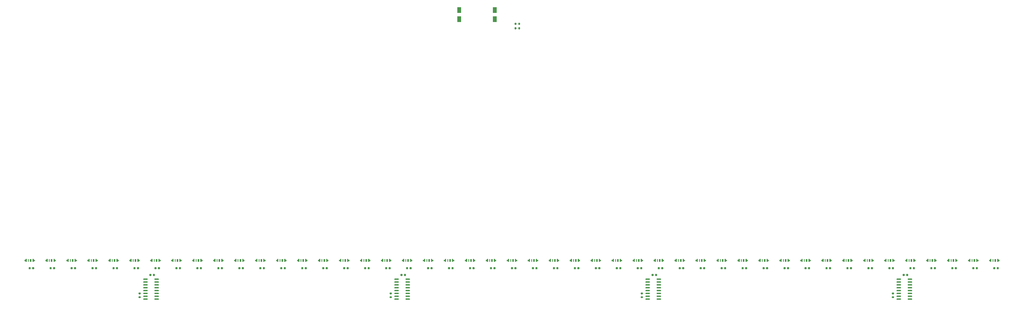
<source format=gbr>
G04 #@! TF.GenerationSoftware,KiCad,Pcbnew,(5.1.7)-1*
G04 #@! TF.CreationDate,2021-02-18T16:10:05-05:00*
G04 #@! TF.ProjectId,OpeNITHM-full,4f70654e-4954-4484-9d2d-66756c6c2e6b,rev?*
G04 #@! TF.SameCoordinates,Original*
G04 #@! TF.FileFunction,Paste,Top*
G04 #@! TF.FilePolarity,Positive*
%FSLAX46Y46*%
G04 Gerber Fmt 4.6, Leading zero omitted, Abs format (unit mm)*
G04 Created by KiCad (PCBNEW (5.1.7)-1) date 2021-02-18 16:10:05*
%MOMM*%
%LPD*%
G01*
G04 APERTURE LIST*
%ADD10C,0.100000*%
%ADD11R,0.450000X1.200000*%
%ADD12R,0.700000X1.200000*%
%ADD13R,1.800000X2.500000*%
G04 APERTURE END LIST*
D10*
G36*
X360766667Y-120850000D02*
G01*
X360316667Y-120850000D01*
X360316667Y-120300000D01*
X360766667Y-120300000D01*
X360766667Y-119900000D01*
X361316667Y-119900000D01*
X361316667Y-121100000D01*
X360766667Y-121100000D01*
X360766667Y-120850000D01*
G37*
G36*
X363916667Y-119900000D02*
G01*
X364466667Y-119900000D01*
X364466667Y-120300000D01*
X364916667Y-120300000D01*
X364916667Y-120850000D01*
X364466667Y-120850000D01*
X364466667Y-121100000D01*
X363916667Y-121100000D01*
X363916667Y-119900000D01*
G37*
D11*
X362041667Y-120500000D03*
D12*
X363066667Y-120500000D03*
D10*
G36*
X351433318Y-120850000D02*
G01*
X350983318Y-120850000D01*
X350983318Y-120300000D01*
X351433318Y-120300000D01*
X351433318Y-119900000D01*
X351983318Y-119900000D01*
X351983318Y-121100000D01*
X351433318Y-121100000D01*
X351433318Y-120850000D01*
G37*
G36*
X354583318Y-119900000D02*
G01*
X355133318Y-119900000D01*
X355133318Y-120300000D01*
X355583318Y-120300000D01*
X355583318Y-120850000D01*
X355133318Y-120850000D01*
X355133318Y-121100000D01*
X354583318Y-121100000D01*
X354583318Y-119900000D01*
G37*
D11*
X352708318Y-120500000D03*
D12*
X353733318Y-120500000D03*
D10*
G36*
X342099985Y-120850000D02*
G01*
X341649985Y-120850000D01*
X341649985Y-120300000D01*
X342099985Y-120300000D01*
X342099985Y-119900000D01*
X342649985Y-119900000D01*
X342649985Y-121100000D01*
X342099985Y-121100000D01*
X342099985Y-120850000D01*
G37*
G36*
X345249985Y-119900000D02*
G01*
X345799985Y-119900000D01*
X345799985Y-120300000D01*
X346249985Y-120300000D01*
X346249985Y-120850000D01*
X345799985Y-120850000D01*
X345799985Y-121100000D01*
X345249985Y-121100000D01*
X345249985Y-119900000D01*
G37*
D11*
X343374985Y-120500000D03*
D12*
X344399985Y-120500000D03*
D10*
G36*
X332766652Y-120850000D02*
G01*
X332316652Y-120850000D01*
X332316652Y-120300000D01*
X332766652Y-120300000D01*
X332766652Y-119900000D01*
X333316652Y-119900000D01*
X333316652Y-121100000D01*
X332766652Y-121100000D01*
X332766652Y-120850000D01*
G37*
G36*
X335916652Y-119900000D02*
G01*
X336466652Y-119900000D01*
X336466652Y-120300000D01*
X336916652Y-120300000D01*
X336916652Y-120850000D01*
X336466652Y-120850000D01*
X336466652Y-121100000D01*
X335916652Y-121100000D01*
X335916652Y-119900000D01*
G37*
D11*
X334041652Y-120500000D03*
D12*
X335066652Y-120500000D03*
D10*
G36*
X323433319Y-120850000D02*
G01*
X322983319Y-120850000D01*
X322983319Y-120300000D01*
X323433319Y-120300000D01*
X323433319Y-119900000D01*
X323983319Y-119900000D01*
X323983319Y-121100000D01*
X323433319Y-121100000D01*
X323433319Y-120850000D01*
G37*
G36*
X326583319Y-119900000D02*
G01*
X327133319Y-119900000D01*
X327133319Y-120300000D01*
X327583319Y-120300000D01*
X327583319Y-120850000D01*
X327133319Y-120850000D01*
X327133319Y-121100000D01*
X326583319Y-121100000D01*
X326583319Y-119900000D01*
G37*
D11*
X324708319Y-120500000D03*
D12*
X325733319Y-120500000D03*
D10*
G36*
X314099986Y-120850000D02*
G01*
X313649986Y-120850000D01*
X313649986Y-120300000D01*
X314099986Y-120300000D01*
X314099986Y-119900000D01*
X314649986Y-119900000D01*
X314649986Y-121100000D01*
X314099986Y-121100000D01*
X314099986Y-120850000D01*
G37*
G36*
X317249986Y-119900000D02*
G01*
X317799986Y-119900000D01*
X317799986Y-120300000D01*
X318249986Y-120300000D01*
X318249986Y-120850000D01*
X317799986Y-120850000D01*
X317799986Y-121100000D01*
X317249986Y-121100000D01*
X317249986Y-119900000D01*
G37*
D11*
X315374986Y-120500000D03*
D12*
X316399986Y-120500000D03*
D10*
G36*
X304766653Y-120850000D02*
G01*
X304316653Y-120850000D01*
X304316653Y-120300000D01*
X304766653Y-120300000D01*
X304766653Y-119900000D01*
X305316653Y-119900000D01*
X305316653Y-121100000D01*
X304766653Y-121100000D01*
X304766653Y-120850000D01*
G37*
G36*
X307916653Y-119900000D02*
G01*
X308466653Y-119900000D01*
X308466653Y-120300000D01*
X308916653Y-120300000D01*
X308916653Y-120850000D01*
X308466653Y-120850000D01*
X308466653Y-121100000D01*
X307916653Y-121100000D01*
X307916653Y-119900000D01*
G37*
D11*
X306041653Y-120500000D03*
D12*
X307066653Y-120500000D03*
D10*
G36*
X295433320Y-120850000D02*
G01*
X294983320Y-120850000D01*
X294983320Y-120300000D01*
X295433320Y-120300000D01*
X295433320Y-119900000D01*
X295983320Y-119900000D01*
X295983320Y-121100000D01*
X295433320Y-121100000D01*
X295433320Y-120850000D01*
G37*
G36*
X298583320Y-119900000D02*
G01*
X299133320Y-119900000D01*
X299133320Y-120300000D01*
X299583320Y-120300000D01*
X299583320Y-120850000D01*
X299133320Y-120850000D01*
X299133320Y-121100000D01*
X298583320Y-121100000D01*
X298583320Y-119900000D01*
G37*
D11*
X296708320Y-120500000D03*
D12*
X297733320Y-120500000D03*
D10*
G36*
X286099987Y-120850000D02*
G01*
X285649987Y-120850000D01*
X285649987Y-120300000D01*
X286099987Y-120300000D01*
X286099987Y-119900000D01*
X286649987Y-119900000D01*
X286649987Y-121100000D01*
X286099987Y-121100000D01*
X286099987Y-120850000D01*
G37*
G36*
X289249987Y-119900000D02*
G01*
X289799987Y-119900000D01*
X289799987Y-120300000D01*
X290249987Y-120300000D01*
X290249987Y-120850000D01*
X289799987Y-120850000D01*
X289799987Y-121100000D01*
X289249987Y-121100000D01*
X289249987Y-119900000D01*
G37*
D11*
X287374987Y-120500000D03*
D12*
X288399987Y-120500000D03*
D10*
G36*
X276766654Y-120850000D02*
G01*
X276316654Y-120850000D01*
X276316654Y-120300000D01*
X276766654Y-120300000D01*
X276766654Y-119900000D01*
X277316654Y-119900000D01*
X277316654Y-121100000D01*
X276766654Y-121100000D01*
X276766654Y-120850000D01*
G37*
G36*
X279916654Y-119900000D02*
G01*
X280466654Y-119900000D01*
X280466654Y-120300000D01*
X280916654Y-120300000D01*
X280916654Y-120850000D01*
X280466654Y-120850000D01*
X280466654Y-121100000D01*
X279916654Y-121100000D01*
X279916654Y-119900000D01*
G37*
D11*
X278041654Y-120500000D03*
D12*
X279066654Y-120500000D03*
D10*
G36*
X267433321Y-120850000D02*
G01*
X266983321Y-120850000D01*
X266983321Y-120300000D01*
X267433321Y-120300000D01*
X267433321Y-119900000D01*
X267983321Y-119900000D01*
X267983321Y-121100000D01*
X267433321Y-121100000D01*
X267433321Y-120850000D01*
G37*
G36*
X270583321Y-119900000D02*
G01*
X271133321Y-119900000D01*
X271133321Y-120300000D01*
X271583321Y-120300000D01*
X271583321Y-120850000D01*
X271133321Y-120850000D01*
X271133321Y-121100000D01*
X270583321Y-121100000D01*
X270583321Y-119900000D01*
G37*
D11*
X268708321Y-120500000D03*
D12*
X269733321Y-120500000D03*
D10*
G36*
X258099988Y-120850000D02*
G01*
X257649988Y-120850000D01*
X257649988Y-120300000D01*
X258099988Y-120300000D01*
X258099988Y-119900000D01*
X258649988Y-119900000D01*
X258649988Y-121100000D01*
X258099988Y-121100000D01*
X258099988Y-120850000D01*
G37*
G36*
X261249988Y-119900000D02*
G01*
X261799988Y-119900000D01*
X261799988Y-120300000D01*
X262249988Y-120300000D01*
X262249988Y-120850000D01*
X261799988Y-120850000D01*
X261799988Y-121100000D01*
X261249988Y-121100000D01*
X261249988Y-119900000D01*
G37*
D11*
X259374988Y-120500000D03*
D12*
X260399988Y-120500000D03*
D10*
G36*
X248766655Y-120850000D02*
G01*
X248316655Y-120850000D01*
X248316655Y-120300000D01*
X248766655Y-120300000D01*
X248766655Y-119900000D01*
X249316655Y-119900000D01*
X249316655Y-121100000D01*
X248766655Y-121100000D01*
X248766655Y-120850000D01*
G37*
G36*
X251916655Y-119900000D02*
G01*
X252466655Y-119900000D01*
X252466655Y-120300000D01*
X252916655Y-120300000D01*
X252916655Y-120850000D01*
X252466655Y-120850000D01*
X252466655Y-121100000D01*
X251916655Y-121100000D01*
X251916655Y-119900000D01*
G37*
D11*
X250041655Y-120500000D03*
D12*
X251066655Y-120500000D03*
D10*
G36*
X239433322Y-120850000D02*
G01*
X238983322Y-120850000D01*
X238983322Y-120300000D01*
X239433322Y-120300000D01*
X239433322Y-119900000D01*
X239983322Y-119900000D01*
X239983322Y-121100000D01*
X239433322Y-121100000D01*
X239433322Y-120850000D01*
G37*
G36*
X242583322Y-119900000D02*
G01*
X243133322Y-119900000D01*
X243133322Y-120300000D01*
X243583322Y-120300000D01*
X243583322Y-120850000D01*
X243133322Y-120850000D01*
X243133322Y-121100000D01*
X242583322Y-121100000D01*
X242583322Y-119900000D01*
G37*
D11*
X240708322Y-120500000D03*
D12*
X241733322Y-120500000D03*
D10*
G36*
X230099989Y-120850000D02*
G01*
X229649989Y-120850000D01*
X229649989Y-120300000D01*
X230099989Y-120300000D01*
X230099989Y-119900000D01*
X230649989Y-119900000D01*
X230649989Y-121100000D01*
X230099989Y-121100000D01*
X230099989Y-120850000D01*
G37*
G36*
X233249989Y-119900000D02*
G01*
X233799989Y-119900000D01*
X233799989Y-120300000D01*
X234249989Y-120300000D01*
X234249989Y-120850000D01*
X233799989Y-120850000D01*
X233799989Y-121100000D01*
X233249989Y-121100000D01*
X233249989Y-119900000D01*
G37*
D11*
X231374989Y-120500000D03*
D12*
X232399989Y-120500000D03*
D10*
G36*
X220766656Y-120850000D02*
G01*
X220316656Y-120850000D01*
X220316656Y-120300000D01*
X220766656Y-120300000D01*
X220766656Y-119900000D01*
X221316656Y-119900000D01*
X221316656Y-121100000D01*
X220766656Y-121100000D01*
X220766656Y-120850000D01*
G37*
G36*
X223916656Y-119900000D02*
G01*
X224466656Y-119900000D01*
X224466656Y-120300000D01*
X224916656Y-120300000D01*
X224916656Y-120850000D01*
X224466656Y-120850000D01*
X224466656Y-121100000D01*
X223916656Y-121100000D01*
X223916656Y-119900000D01*
G37*
D11*
X222041656Y-120500000D03*
D12*
X223066656Y-120500000D03*
D10*
G36*
X211433323Y-120850000D02*
G01*
X210983323Y-120850000D01*
X210983323Y-120300000D01*
X211433323Y-120300000D01*
X211433323Y-119900000D01*
X211983323Y-119900000D01*
X211983323Y-121100000D01*
X211433323Y-121100000D01*
X211433323Y-120850000D01*
G37*
G36*
X214583323Y-119900000D02*
G01*
X215133323Y-119900000D01*
X215133323Y-120300000D01*
X215583323Y-120300000D01*
X215583323Y-120850000D01*
X215133323Y-120850000D01*
X215133323Y-121100000D01*
X214583323Y-121100000D01*
X214583323Y-119900000D01*
G37*
D11*
X212708323Y-120500000D03*
D12*
X213733323Y-120500000D03*
D10*
G36*
X202099990Y-120850000D02*
G01*
X201649990Y-120850000D01*
X201649990Y-120300000D01*
X202099990Y-120300000D01*
X202099990Y-119900000D01*
X202649990Y-119900000D01*
X202649990Y-121100000D01*
X202099990Y-121100000D01*
X202099990Y-120850000D01*
G37*
G36*
X205249990Y-119900000D02*
G01*
X205799990Y-119900000D01*
X205799990Y-120300000D01*
X206249990Y-120300000D01*
X206249990Y-120850000D01*
X205799990Y-120850000D01*
X205799990Y-121100000D01*
X205249990Y-121100000D01*
X205249990Y-119900000D01*
G37*
D11*
X203374990Y-120500000D03*
D12*
X204399990Y-120500000D03*
D10*
G36*
X192766657Y-120850000D02*
G01*
X192316657Y-120850000D01*
X192316657Y-120300000D01*
X192766657Y-120300000D01*
X192766657Y-119900000D01*
X193316657Y-119900000D01*
X193316657Y-121100000D01*
X192766657Y-121100000D01*
X192766657Y-120850000D01*
G37*
G36*
X195916657Y-119900000D02*
G01*
X196466657Y-119900000D01*
X196466657Y-120300000D01*
X196916657Y-120300000D01*
X196916657Y-120850000D01*
X196466657Y-120850000D01*
X196466657Y-121100000D01*
X195916657Y-121100000D01*
X195916657Y-119900000D01*
G37*
D11*
X194041657Y-120500000D03*
D12*
X195066657Y-120500000D03*
D10*
G36*
X183433324Y-120850000D02*
G01*
X182983324Y-120850000D01*
X182983324Y-120300000D01*
X183433324Y-120300000D01*
X183433324Y-119900000D01*
X183983324Y-119900000D01*
X183983324Y-121100000D01*
X183433324Y-121100000D01*
X183433324Y-120850000D01*
G37*
G36*
X186583324Y-119900000D02*
G01*
X187133324Y-119900000D01*
X187133324Y-120300000D01*
X187583324Y-120300000D01*
X187583324Y-120850000D01*
X187133324Y-120850000D01*
X187133324Y-121100000D01*
X186583324Y-121100000D01*
X186583324Y-119900000D01*
G37*
D11*
X184708324Y-120500000D03*
D12*
X185733324Y-120500000D03*
D10*
G36*
X174099991Y-120850000D02*
G01*
X173649991Y-120850000D01*
X173649991Y-120300000D01*
X174099991Y-120300000D01*
X174099991Y-119900000D01*
X174649991Y-119900000D01*
X174649991Y-121100000D01*
X174099991Y-121100000D01*
X174099991Y-120850000D01*
G37*
G36*
X177249991Y-119900000D02*
G01*
X177799991Y-119900000D01*
X177799991Y-120300000D01*
X178249991Y-120300000D01*
X178249991Y-120850000D01*
X177799991Y-120850000D01*
X177799991Y-121100000D01*
X177249991Y-121100000D01*
X177249991Y-119900000D01*
G37*
D11*
X175374991Y-120500000D03*
D12*
X176399991Y-120500000D03*
D10*
G36*
X164766658Y-120850000D02*
G01*
X164316658Y-120850000D01*
X164316658Y-120300000D01*
X164766658Y-120300000D01*
X164766658Y-119900000D01*
X165316658Y-119900000D01*
X165316658Y-121100000D01*
X164766658Y-121100000D01*
X164766658Y-120850000D01*
G37*
G36*
X167916658Y-119900000D02*
G01*
X168466658Y-119900000D01*
X168466658Y-120300000D01*
X168916658Y-120300000D01*
X168916658Y-120850000D01*
X168466658Y-120850000D01*
X168466658Y-121100000D01*
X167916658Y-121100000D01*
X167916658Y-119900000D01*
G37*
D11*
X166041658Y-120500000D03*
D12*
X167066658Y-120500000D03*
D10*
G36*
X155433325Y-120850000D02*
G01*
X154983325Y-120850000D01*
X154983325Y-120300000D01*
X155433325Y-120300000D01*
X155433325Y-119900000D01*
X155983325Y-119900000D01*
X155983325Y-121100000D01*
X155433325Y-121100000D01*
X155433325Y-120850000D01*
G37*
G36*
X158583325Y-119900000D02*
G01*
X159133325Y-119900000D01*
X159133325Y-120300000D01*
X159583325Y-120300000D01*
X159583325Y-120850000D01*
X159133325Y-120850000D01*
X159133325Y-121100000D01*
X158583325Y-121100000D01*
X158583325Y-119900000D01*
G37*
D11*
X156708325Y-120500000D03*
D12*
X157733325Y-120500000D03*
D10*
G36*
X146099992Y-120850000D02*
G01*
X145649992Y-120850000D01*
X145649992Y-120300000D01*
X146099992Y-120300000D01*
X146099992Y-119900000D01*
X146649992Y-119900000D01*
X146649992Y-121100000D01*
X146099992Y-121100000D01*
X146099992Y-120850000D01*
G37*
G36*
X149249992Y-119900000D02*
G01*
X149799992Y-119900000D01*
X149799992Y-120300000D01*
X150249992Y-120300000D01*
X150249992Y-120850000D01*
X149799992Y-120850000D01*
X149799992Y-121100000D01*
X149249992Y-121100000D01*
X149249992Y-119900000D01*
G37*
D11*
X147374992Y-120500000D03*
D12*
X148399992Y-120500000D03*
D10*
G36*
X136766659Y-120850000D02*
G01*
X136316659Y-120850000D01*
X136316659Y-120300000D01*
X136766659Y-120300000D01*
X136766659Y-119900000D01*
X137316659Y-119900000D01*
X137316659Y-121100000D01*
X136766659Y-121100000D01*
X136766659Y-120850000D01*
G37*
G36*
X139916659Y-119900000D02*
G01*
X140466659Y-119900000D01*
X140466659Y-120300000D01*
X140916659Y-120300000D01*
X140916659Y-120850000D01*
X140466659Y-120850000D01*
X140466659Y-121100000D01*
X139916659Y-121100000D01*
X139916659Y-119900000D01*
G37*
D11*
X138041659Y-120500000D03*
D12*
X139066659Y-120500000D03*
D10*
G36*
X127433326Y-120850000D02*
G01*
X126983326Y-120850000D01*
X126983326Y-120300000D01*
X127433326Y-120300000D01*
X127433326Y-119900000D01*
X127983326Y-119900000D01*
X127983326Y-121100000D01*
X127433326Y-121100000D01*
X127433326Y-120850000D01*
G37*
G36*
X130583326Y-119900000D02*
G01*
X131133326Y-119900000D01*
X131133326Y-120300000D01*
X131583326Y-120300000D01*
X131583326Y-120850000D01*
X131133326Y-120850000D01*
X131133326Y-121100000D01*
X130583326Y-121100000D01*
X130583326Y-119900000D01*
G37*
D11*
X128708326Y-120500000D03*
D12*
X129733326Y-120500000D03*
D10*
G36*
X118099993Y-120850000D02*
G01*
X117649993Y-120850000D01*
X117649993Y-120300000D01*
X118099993Y-120300000D01*
X118099993Y-119900000D01*
X118649993Y-119900000D01*
X118649993Y-121100000D01*
X118099993Y-121100000D01*
X118099993Y-120850000D01*
G37*
G36*
X121249993Y-119900000D02*
G01*
X121799993Y-119900000D01*
X121799993Y-120300000D01*
X122249993Y-120300000D01*
X122249993Y-120850000D01*
X121799993Y-120850000D01*
X121799993Y-121100000D01*
X121249993Y-121100000D01*
X121249993Y-119900000D01*
G37*
D11*
X119374993Y-120500000D03*
D12*
X120399993Y-120500000D03*
D10*
G36*
X108766660Y-120850000D02*
G01*
X108316660Y-120850000D01*
X108316660Y-120300000D01*
X108766660Y-120300000D01*
X108766660Y-119900000D01*
X109316660Y-119900000D01*
X109316660Y-121100000D01*
X108766660Y-121100000D01*
X108766660Y-120850000D01*
G37*
G36*
X111916660Y-119900000D02*
G01*
X112466660Y-119900000D01*
X112466660Y-120300000D01*
X112916660Y-120300000D01*
X112916660Y-120850000D01*
X112466660Y-120850000D01*
X112466660Y-121100000D01*
X111916660Y-121100000D01*
X111916660Y-119900000D01*
G37*
D11*
X110041660Y-120500000D03*
D12*
X111066660Y-120500000D03*
D10*
G36*
X99433327Y-120850000D02*
G01*
X98983327Y-120850000D01*
X98983327Y-120300000D01*
X99433327Y-120300000D01*
X99433327Y-119900000D01*
X99983327Y-119900000D01*
X99983327Y-121100000D01*
X99433327Y-121100000D01*
X99433327Y-120850000D01*
G37*
G36*
X102583327Y-119900000D02*
G01*
X103133327Y-119900000D01*
X103133327Y-120300000D01*
X103583327Y-120300000D01*
X103583327Y-120850000D01*
X103133327Y-120850000D01*
X103133327Y-121100000D01*
X102583327Y-121100000D01*
X102583327Y-119900000D01*
G37*
D11*
X100708327Y-120500000D03*
D12*
X101733327Y-120500000D03*
D10*
G36*
X90099994Y-120850000D02*
G01*
X89649994Y-120850000D01*
X89649994Y-120300000D01*
X90099994Y-120300000D01*
X90099994Y-119900000D01*
X90649994Y-119900000D01*
X90649994Y-121100000D01*
X90099994Y-121100000D01*
X90099994Y-120850000D01*
G37*
G36*
X93249994Y-119900000D02*
G01*
X93799994Y-119900000D01*
X93799994Y-120300000D01*
X94249994Y-120300000D01*
X94249994Y-120850000D01*
X93799994Y-120850000D01*
X93799994Y-121100000D01*
X93249994Y-121100000D01*
X93249994Y-119900000D01*
G37*
D11*
X91374994Y-120500000D03*
D12*
X92399994Y-120500000D03*
D10*
G36*
X80766661Y-120850000D02*
G01*
X80316661Y-120850000D01*
X80316661Y-120300000D01*
X80766661Y-120300000D01*
X80766661Y-119900000D01*
X81316661Y-119900000D01*
X81316661Y-121100000D01*
X80766661Y-121100000D01*
X80766661Y-120850000D01*
G37*
G36*
X83916661Y-119900000D02*
G01*
X84466661Y-119900000D01*
X84466661Y-120300000D01*
X84916661Y-120300000D01*
X84916661Y-120850000D01*
X84466661Y-120850000D01*
X84466661Y-121100000D01*
X83916661Y-121100000D01*
X83916661Y-119900000D01*
G37*
D11*
X82041661Y-120500000D03*
D12*
X83066661Y-120500000D03*
D10*
G36*
X71433328Y-120850000D02*
G01*
X70983328Y-120850000D01*
X70983328Y-120300000D01*
X71433328Y-120300000D01*
X71433328Y-119900000D01*
X71983328Y-119900000D01*
X71983328Y-121100000D01*
X71433328Y-121100000D01*
X71433328Y-120850000D01*
G37*
G36*
X74583328Y-119900000D02*
G01*
X75133328Y-119900000D01*
X75133328Y-120300000D01*
X75583328Y-120300000D01*
X75583328Y-120850000D01*
X75133328Y-120850000D01*
X75133328Y-121100000D01*
X74583328Y-121100000D01*
X74583328Y-119900000D01*
G37*
D11*
X72708328Y-120500000D03*
D12*
X73733328Y-120500000D03*
D10*
G36*
X62099995Y-120850000D02*
G01*
X61649995Y-120850000D01*
X61649995Y-120300000D01*
X62099995Y-120300000D01*
X62099995Y-119900000D01*
X62649995Y-119900000D01*
X62649995Y-121100000D01*
X62099995Y-121100000D01*
X62099995Y-120850000D01*
G37*
G36*
X65249995Y-119900000D02*
G01*
X65799995Y-119900000D01*
X65799995Y-120300000D01*
X66249995Y-120300000D01*
X66249995Y-120850000D01*
X65799995Y-120850000D01*
X65799995Y-121100000D01*
X65249995Y-121100000D01*
X65249995Y-119900000D01*
G37*
D11*
X63374995Y-120500000D03*
D12*
X64399995Y-120500000D03*
D10*
G36*
X52766662Y-120850000D02*
G01*
X52316662Y-120850000D01*
X52316662Y-120300000D01*
X52766662Y-120300000D01*
X52766662Y-119900000D01*
X53316662Y-119900000D01*
X53316662Y-121100000D01*
X52766662Y-121100000D01*
X52766662Y-120850000D01*
G37*
G36*
X55916662Y-119900000D02*
G01*
X56466662Y-119900000D01*
X56466662Y-120300000D01*
X56916662Y-120300000D01*
X56916662Y-120850000D01*
X56466662Y-120850000D01*
X56466662Y-121100000D01*
X55916662Y-121100000D01*
X55916662Y-119900000D01*
G37*
D11*
X54041662Y-120500000D03*
D12*
X55066662Y-120500000D03*
D10*
G36*
X43433329Y-120850000D02*
G01*
X42983329Y-120850000D01*
X42983329Y-120300000D01*
X43433329Y-120300000D01*
X43433329Y-119900000D01*
X43983329Y-119900000D01*
X43983329Y-121100000D01*
X43433329Y-121100000D01*
X43433329Y-120850000D01*
G37*
G36*
X46583329Y-119900000D02*
G01*
X47133329Y-119900000D01*
X47133329Y-120300000D01*
X47583329Y-120300000D01*
X47583329Y-120850000D01*
X47133329Y-120850000D01*
X47133329Y-121100000D01*
X46583329Y-121100000D01*
X46583329Y-119900000D01*
G37*
D11*
X44708329Y-120500000D03*
D12*
X45733329Y-120500000D03*
D10*
G36*
X34099996Y-120850000D02*
G01*
X33649996Y-120850000D01*
X33649996Y-120300000D01*
X34099996Y-120300000D01*
X34099996Y-119900000D01*
X34649996Y-119900000D01*
X34649996Y-121100000D01*
X34099996Y-121100000D01*
X34099996Y-120850000D01*
G37*
G36*
X37249996Y-119900000D02*
G01*
X37799996Y-119900000D01*
X37799996Y-120300000D01*
X38249996Y-120300000D01*
X38249996Y-120850000D01*
X37799996Y-120850000D01*
X37799996Y-121100000D01*
X37249996Y-121100000D01*
X37249996Y-119900000D01*
G37*
D11*
X35374996Y-120500000D03*
D12*
X36399996Y-120500000D03*
D10*
G36*
X24766663Y-120850000D02*
G01*
X24316663Y-120850000D01*
X24316663Y-120300000D01*
X24766663Y-120300000D01*
X24766663Y-119900000D01*
X25316663Y-119900000D01*
X25316663Y-121100000D01*
X24766663Y-121100000D01*
X24766663Y-120850000D01*
G37*
G36*
X27916663Y-119900000D02*
G01*
X28466663Y-119900000D01*
X28466663Y-120300000D01*
X28916663Y-120300000D01*
X28916663Y-120850000D01*
X28466663Y-120850000D01*
X28466663Y-121100000D01*
X27916663Y-121100000D01*
X27916663Y-119900000D01*
G37*
D11*
X26041663Y-120500000D03*
D12*
X27066663Y-120500000D03*
D10*
G36*
X15433330Y-120850000D02*
G01*
X14983330Y-120850000D01*
X14983330Y-120300000D01*
X15433330Y-120300000D01*
X15433330Y-119900000D01*
X15983330Y-119900000D01*
X15983330Y-121100000D01*
X15433330Y-121100000D01*
X15433330Y-120850000D01*
G37*
G36*
X18583330Y-119900000D02*
G01*
X19133330Y-119900000D01*
X19133330Y-120300000D01*
X19583330Y-120300000D01*
X19583330Y-120850000D01*
X19133330Y-120850000D01*
X19133330Y-121100000D01*
X18583330Y-121100000D01*
X18583330Y-119900000D01*
G37*
D11*
X16708330Y-120500000D03*
D12*
X17733330Y-120500000D03*
D10*
G36*
X6099997Y-120850000D02*
G01*
X5649997Y-120850000D01*
X5649997Y-120300000D01*
X6099997Y-120300000D01*
X6099997Y-119900000D01*
X6649997Y-119900000D01*
X6649997Y-121100000D01*
X6099997Y-121100000D01*
X6099997Y-120850000D01*
G37*
G36*
X9249997Y-119900000D02*
G01*
X9799997Y-119900000D01*
X9799997Y-120300000D01*
X10249997Y-120300000D01*
X10249997Y-120850000D01*
X9799997Y-120850000D01*
X9799997Y-121100000D01*
X9249997Y-121100000D01*
X9249997Y-119900000D01*
G37*
D11*
X7374997Y-120500000D03*
D12*
X8399997Y-120500000D03*
D10*
G36*
X-3233336Y-120850000D02*
G01*
X-3683336Y-120850000D01*
X-3683336Y-120300000D01*
X-3233336Y-120300000D01*
X-3233336Y-119900000D01*
X-2683336Y-119900000D01*
X-2683336Y-121100000D01*
X-3233336Y-121100000D01*
X-3233336Y-120850000D01*
G37*
G36*
X-83336Y-119900000D02*
G01*
X466664Y-119900000D01*
X466664Y-120300000D01*
X916664Y-120300000D01*
X916664Y-120850000D01*
X466664Y-120850000D01*
X466664Y-121100000D01*
X-83336Y-121100000D01*
X-83336Y-119900000D01*
G37*
D11*
X-1958336Y-120500000D03*
D12*
X-933336Y-120500000D03*
D10*
G36*
X-12566669Y-120850000D02*
G01*
X-13016669Y-120850000D01*
X-13016669Y-120300000D01*
X-12566669Y-120300000D01*
X-12566669Y-119900000D01*
X-12016669Y-119900000D01*
X-12016669Y-121100000D01*
X-12566669Y-121100000D01*
X-12566669Y-120850000D01*
G37*
G36*
X-9416669Y-119900000D02*
G01*
X-8866669Y-119900000D01*
X-8866669Y-120300000D01*
X-8416669Y-120300000D01*
X-8416669Y-120850000D01*
X-8866669Y-120850000D01*
X-8866669Y-121100000D01*
X-9416669Y-121100000D01*
X-9416669Y-119900000D01*
G37*
D11*
X-11291669Y-120500000D03*
D12*
X-10266669Y-120500000D03*
D10*
G36*
X-21900002Y-120850000D02*
G01*
X-22350002Y-120850000D01*
X-22350002Y-120300000D01*
X-21900002Y-120300000D01*
X-21900002Y-119900000D01*
X-21350002Y-119900000D01*
X-21350002Y-121100000D01*
X-21900002Y-121100000D01*
X-21900002Y-120850000D01*
G37*
G36*
X-18750002Y-119900000D02*
G01*
X-18200002Y-119900000D01*
X-18200002Y-120300000D01*
X-17750002Y-120300000D01*
X-17750002Y-120850000D01*
X-18200002Y-120850000D01*
X-18200002Y-121100000D01*
X-18750002Y-121100000D01*
X-18750002Y-119900000D01*
G37*
D11*
X-20625002Y-120500000D03*
D12*
X-19600002Y-120500000D03*
D10*
G36*
X-31233335Y-120850000D02*
G01*
X-31683335Y-120850000D01*
X-31683335Y-120300000D01*
X-31233335Y-120300000D01*
X-31233335Y-119900000D01*
X-30683335Y-119900000D01*
X-30683335Y-121100000D01*
X-31233335Y-121100000D01*
X-31233335Y-120850000D01*
G37*
G36*
X-28083335Y-119900000D02*
G01*
X-27533335Y-119900000D01*
X-27533335Y-120300000D01*
X-27083335Y-120300000D01*
X-27083335Y-120850000D01*
X-27533335Y-120850000D01*
X-27533335Y-121100000D01*
X-28083335Y-121100000D01*
X-28083335Y-119900000D01*
G37*
D11*
X-29958335Y-120500000D03*
D12*
X-28933335Y-120500000D03*
D10*
G36*
X-40566668Y-120850000D02*
G01*
X-41016668Y-120850000D01*
X-41016668Y-120300000D01*
X-40566668Y-120300000D01*
X-40566668Y-119900000D01*
X-40016668Y-119900000D01*
X-40016668Y-121100000D01*
X-40566668Y-121100000D01*
X-40566668Y-120850000D01*
G37*
G36*
X-37416668Y-119900000D02*
G01*
X-36866668Y-119900000D01*
X-36866668Y-120300000D01*
X-36416668Y-120300000D01*
X-36416668Y-120850000D01*
X-36866668Y-120850000D01*
X-36866668Y-121100000D01*
X-37416668Y-121100000D01*
X-37416668Y-119900000D01*
G37*
D11*
X-39291668Y-120500000D03*
D12*
X-38266668Y-120500000D03*
D10*
G36*
X-49900001Y-120850000D02*
G01*
X-50350001Y-120850000D01*
X-50350001Y-120300000D01*
X-49900001Y-120300000D01*
X-49900001Y-119900000D01*
X-49350001Y-119900000D01*
X-49350001Y-121100000D01*
X-49900001Y-121100000D01*
X-49900001Y-120850000D01*
G37*
G36*
X-46750001Y-119900000D02*
G01*
X-46200001Y-119900000D01*
X-46200001Y-120300000D01*
X-45750001Y-120300000D01*
X-45750001Y-120850000D01*
X-46200001Y-120850000D01*
X-46200001Y-121100000D01*
X-46750001Y-121100000D01*
X-46750001Y-119900000D01*
G37*
D11*
X-48625001Y-120500000D03*
D12*
X-47600001Y-120500000D03*
D10*
G36*
X-59233334Y-120850000D02*
G01*
X-59683334Y-120850000D01*
X-59683334Y-120300000D01*
X-59233334Y-120300000D01*
X-59233334Y-119900000D01*
X-58683334Y-119900000D01*
X-58683334Y-121100000D01*
X-59233334Y-121100000D01*
X-59233334Y-120850000D01*
G37*
G36*
X-56083334Y-119900000D02*
G01*
X-55533334Y-119900000D01*
X-55533334Y-120300000D01*
X-55083334Y-120300000D01*
X-55083334Y-120850000D01*
X-55533334Y-120850000D01*
X-55533334Y-121100000D01*
X-56083334Y-121100000D01*
X-56083334Y-119900000D01*
G37*
D11*
X-57958334Y-120500000D03*
D12*
X-56933334Y-120500000D03*
D10*
G36*
X-68566667Y-120850000D02*
G01*
X-69016667Y-120850000D01*
X-69016667Y-120300000D01*
X-68566667Y-120300000D01*
X-68566667Y-119900000D01*
X-68016667Y-119900000D01*
X-68016667Y-121100000D01*
X-68566667Y-121100000D01*
X-68566667Y-120850000D01*
G37*
G36*
X-65416667Y-119900000D02*
G01*
X-64866667Y-119900000D01*
X-64866667Y-120300000D01*
X-64416667Y-120300000D01*
X-64416667Y-120850000D01*
X-64866667Y-120850000D01*
X-64866667Y-121100000D01*
X-65416667Y-121100000D01*
X-65416667Y-119900000D01*
G37*
D11*
X-67291667Y-120500000D03*
D12*
X-66266667Y-120500000D03*
G36*
G01*
X363716667Y-124250000D02*
X363716667Y-123750000D01*
G75*
G02*
X363941667Y-123525000I225000J0D01*
G01*
X364391667Y-123525000D01*
G75*
G02*
X364616667Y-123750000I0J-225000D01*
G01*
X364616667Y-124250000D01*
G75*
G02*
X364391667Y-124475000I-225000J0D01*
G01*
X363941667Y-124475000D01*
G75*
G02*
X363716667Y-124250000I0J225000D01*
G01*
G37*
G36*
G01*
X362166667Y-124250000D02*
X362166667Y-123750000D01*
G75*
G02*
X362391667Y-123525000I225000J0D01*
G01*
X362841667Y-123525000D01*
G75*
G02*
X363066667Y-123750000I0J-225000D01*
G01*
X363066667Y-124250000D01*
G75*
G02*
X362841667Y-124475000I-225000J0D01*
G01*
X362391667Y-124475000D01*
G75*
G02*
X362166667Y-124250000I0J225000D01*
G01*
G37*
G36*
G01*
X354383318Y-124250000D02*
X354383318Y-123750000D01*
G75*
G02*
X354608318Y-123525000I225000J0D01*
G01*
X355058318Y-123525000D01*
G75*
G02*
X355283318Y-123750000I0J-225000D01*
G01*
X355283318Y-124250000D01*
G75*
G02*
X355058318Y-124475000I-225000J0D01*
G01*
X354608318Y-124475000D01*
G75*
G02*
X354383318Y-124250000I0J225000D01*
G01*
G37*
G36*
G01*
X352833318Y-124250000D02*
X352833318Y-123750000D01*
G75*
G02*
X353058318Y-123525000I225000J0D01*
G01*
X353508318Y-123525000D01*
G75*
G02*
X353733318Y-123750000I0J-225000D01*
G01*
X353733318Y-124250000D01*
G75*
G02*
X353508318Y-124475000I-225000J0D01*
G01*
X353058318Y-124475000D01*
G75*
G02*
X352833318Y-124250000I0J225000D01*
G01*
G37*
G36*
G01*
X345049985Y-124250000D02*
X345049985Y-123750000D01*
G75*
G02*
X345274985Y-123525000I225000J0D01*
G01*
X345724985Y-123525000D01*
G75*
G02*
X345949985Y-123750000I0J-225000D01*
G01*
X345949985Y-124250000D01*
G75*
G02*
X345724985Y-124475000I-225000J0D01*
G01*
X345274985Y-124475000D01*
G75*
G02*
X345049985Y-124250000I0J225000D01*
G01*
G37*
G36*
G01*
X343499985Y-124250000D02*
X343499985Y-123750000D01*
G75*
G02*
X343724985Y-123525000I225000J0D01*
G01*
X344174985Y-123525000D01*
G75*
G02*
X344399985Y-123750000I0J-225000D01*
G01*
X344399985Y-124250000D01*
G75*
G02*
X344174985Y-124475000I-225000J0D01*
G01*
X343724985Y-124475000D01*
G75*
G02*
X343499985Y-124250000I0J225000D01*
G01*
G37*
G36*
G01*
X335716652Y-124250000D02*
X335716652Y-123750000D01*
G75*
G02*
X335941652Y-123525000I225000J0D01*
G01*
X336391652Y-123525000D01*
G75*
G02*
X336616652Y-123750000I0J-225000D01*
G01*
X336616652Y-124250000D01*
G75*
G02*
X336391652Y-124475000I-225000J0D01*
G01*
X335941652Y-124475000D01*
G75*
G02*
X335716652Y-124250000I0J225000D01*
G01*
G37*
G36*
G01*
X334166652Y-124250000D02*
X334166652Y-123750000D01*
G75*
G02*
X334391652Y-123525000I225000J0D01*
G01*
X334841652Y-123525000D01*
G75*
G02*
X335066652Y-123750000I0J-225000D01*
G01*
X335066652Y-124250000D01*
G75*
G02*
X334841652Y-124475000I-225000J0D01*
G01*
X334391652Y-124475000D01*
G75*
G02*
X334166652Y-124250000I0J225000D01*
G01*
G37*
G36*
G01*
X326383319Y-124250000D02*
X326383319Y-123750000D01*
G75*
G02*
X326608319Y-123525000I225000J0D01*
G01*
X327058319Y-123525000D01*
G75*
G02*
X327283319Y-123750000I0J-225000D01*
G01*
X327283319Y-124250000D01*
G75*
G02*
X327058319Y-124475000I-225000J0D01*
G01*
X326608319Y-124475000D01*
G75*
G02*
X326383319Y-124250000I0J225000D01*
G01*
G37*
G36*
G01*
X324833319Y-124250000D02*
X324833319Y-123750000D01*
G75*
G02*
X325058319Y-123525000I225000J0D01*
G01*
X325508319Y-123525000D01*
G75*
G02*
X325733319Y-123750000I0J-225000D01*
G01*
X325733319Y-124250000D01*
G75*
G02*
X325508319Y-124475000I-225000J0D01*
G01*
X325058319Y-124475000D01*
G75*
G02*
X324833319Y-124250000I0J225000D01*
G01*
G37*
G36*
G01*
X317049986Y-124250000D02*
X317049986Y-123750000D01*
G75*
G02*
X317274986Y-123525000I225000J0D01*
G01*
X317724986Y-123525000D01*
G75*
G02*
X317949986Y-123750000I0J-225000D01*
G01*
X317949986Y-124250000D01*
G75*
G02*
X317724986Y-124475000I-225000J0D01*
G01*
X317274986Y-124475000D01*
G75*
G02*
X317049986Y-124250000I0J225000D01*
G01*
G37*
G36*
G01*
X315499986Y-124250000D02*
X315499986Y-123750000D01*
G75*
G02*
X315724986Y-123525000I225000J0D01*
G01*
X316174986Y-123525000D01*
G75*
G02*
X316399986Y-123750000I0J-225000D01*
G01*
X316399986Y-124250000D01*
G75*
G02*
X316174986Y-124475000I-225000J0D01*
G01*
X315724986Y-124475000D01*
G75*
G02*
X315499986Y-124250000I0J225000D01*
G01*
G37*
G36*
G01*
X307716653Y-124250000D02*
X307716653Y-123750000D01*
G75*
G02*
X307941653Y-123525000I225000J0D01*
G01*
X308391653Y-123525000D01*
G75*
G02*
X308616653Y-123750000I0J-225000D01*
G01*
X308616653Y-124250000D01*
G75*
G02*
X308391653Y-124475000I-225000J0D01*
G01*
X307941653Y-124475000D01*
G75*
G02*
X307716653Y-124250000I0J225000D01*
G01*
G37*
G36*
G01*
X306166653Y-124250000D02*
X306166653Y-123750000D01*
G75*
G02*
X306391653Y-123525000I225000J0D01*
G01*
X306841653Y-123525000D01*
G75*
G02*
X307066653Y-123750000I0J-225000D01*
G01*
X307066653Y-124250000D01*
G75*
G02*
X306841653Y-124475000I-225000J0D01*
G01*
X306391653Y-124475000D01*
G75*
G02*
X306166653Y-124250000I0J225000D01*
G01*
G37*
G36*
G01*
X298383320Y-124250000D02*
X298383320Y-123750000D01*
G75*
G02*
X298608320Y-123525000I225000J0D01*
G01*
X299058320Y-123525000D01*
G75*
G02*
X299283320Y-123750000I0J-225000D01*
G01*
X299283320Y-124250000D01*
G75*
G02*
X299058320Y-124475000I-225000J0D01*
G01*
X298608320Y-124475000D01*
G75*
G02*
X298383320Y-124250000I0J225000D01*
G01*
G37*
G36*
G01*
X296833320Y-124250000D02*
X296833320Y-123750000D01*
G75*
G02*
X297058320Y-123525000I225000J0D01*
G01*
X297508320Y-123525000D01*
G75*
G02*
X297733320Y-123750000I0J-225000D01*
G01*
X297733320Y-124250000D01*
G75*
G02*
X297508320Y-124475000I-225000J0D01*
G01*
X297058320Y-124475000D01*
G75*
G02*
X296833320Y-124250000I0J225000D01*
G01*
G37*
G36*
G01*
X289049987Y-124250000D02*
X289049987Y-123750000D01*
G75*
G02*
X289274987Y-123525000I225000J0D01*
G01*
X289724987Y-123525000D01*
G75*
G02*
X289949987Y-123750000I0J-225000D01*
G01*
X289949987Y-124250000D01*
G75*
G02*
X289724987Y-124475000I-225000J0D01*
G01*
X289274987Y-124475000D01*
G75*
G02*
X289049987Y-124250000I0J225000D01*
G01*
G37*
G36*
G01*
X287499987Y-124250000D02*
X287499987Y-123750000D01*
G75*
G02*
X287724987Y-123525000I225000J0D01*
G01*
X288174987Y-123525000D01*
G75*
G02*
X288399987Y-123750000I0J-225000D01*
G01*
X288399987Y-124250000D01*
G75*
G02*
X288174987Y-124475000I-225000J0D01*
G01*
X287724987Y-124475000D01*
G75*
G02*
X287499987Y-124250000I0J225000D01*
G01*
G37*
G36*
G01*
X278166654Y-124250000D02*
X278166654Y-123750000D01*
G75*
G02*
X278391654Y-123525000I225000J0D01*
G01*
X278841654Y-123525000D01*
G75*
G02*
X279066654Y-123750000I0J-225000D01*
G01*
X279066654Y-124250000D01*
G75*
G02*
X278841654Y-124475000I-225000J0D01*
G01*
X278391654Y-124475000D01*
G75*
G02*
X278166654Y-124250000I0J225000D01*
G01*
G37*
G36*
G01*
X279716654Y-124250000D02*
X279716654Y-123750000D01*
G75*
G02*
X279941654Y-123525000I225000J0D01*
G01*
X280391654Y-123525000D01*
G75*
G02*
X280616654Y-123750000I0J-225000D01*
G01*
X280616654Y-124250000D01*
G75*
G02*
X280391654Y-124475000I-225000J0D01*
G01*
X279941654Y-124475000D01*
G75*
G02*
X279716654Y-124250000I0J225000D01*
G01*
G37*
G36*
G01*
X268833321Y-124250000D02*
X268833321Y-123750000D01*
G75*
G02*
X269058321Y-123525000I225000J0D01*
G01*
X269508321Y-123525000D01*
G75*
G02*
X269733321Y-123750000I0J-225000D01*
G01*
X269733321Y-124250000D01*
G75*
G02*
X269508321Y-124475000I-225000J0D01*
G01*
X269058321Y-124475000D01*
G75*
G02*
X268833321Y-124250000I0J225000D01*
G01*
G37*
G36*
G01*
X270383321Y-124250000D02*
X270383321Y-123750000D01*
G75*
G02*
X270608321Y-123525000I225000J0D01*
G01*
X271058321Y-123525000D01*
G75*
G02*
X271283321Y-123750000I0J-225000D01*
G01*
X271283321Y-124250000D01*
G75*
G02*
X271058321Y-124475000I-225000J0D01*
G01*
X270608321Y-124475000D01*
G75*
G02*
X270383321Y-124250000I0J225000D01*
G01*
G37*
G36*
G01*
X259499988Y-124250000D02*
X259499988Y-123750000D01*
G75*
G02*
X259724988Y-123525000I225000J0D01*
G01*
X260174988Y-123525000D01*
G75*
G02*
X260399988Y-123750000I0J-225000D01*
G01*
X260399988Y-124250000D01*
G75*
G02*
X260174988Y-124475000I-225000J0D01*
G01*
X259724988Y-124475000D01*
G75*
G02*
X259499988Y-124250000I0J225000D01*
G01*
G37*
G36*
G01*
X261049988Y-124250000D02*
X261049988Y-123750000D01*
G75*
G02*
X261274988Y-123525000I225000J0D01*
G01*
X261724988Y-123525000D01*
G75*
G02*
X261949988Y-123750000I0J-225000D01*
G01*
X261949988Y-124250000D01*
G75*
G02*
X261724988Y-124475000I-225000J0D01*
G01*
X261274988Y-124475000D01*
G75*
G02*
X261049988Y-124250000I0J225000D01*
G01*
G37*
G36*
G01*
X250166655Y-124250000D02*
X250166655Y-123750000D01*
G75*
G02*
X250391655Y-123525000I225000J0D01*
G01*
X250841655Y-123525000D01*
G75*
G02*
X251066655Y-123750000I0J-225000D01*
G01*
X251066655Y-124250000D01*
G75*
G02*
X250841655Y-124475000I-225000J0D01*
G01*
X250391655Y-124475000D01*
G75*
G02*
X250166655Y-124250000I0J225000D01*
G01*
G37*
G36*
G01*
X251716655Y-124250000D02*
X251716655Y-123750000D01*
G75*
G02*
X251941655Y-123525000I225000J0D01*
G01*
X252391655Y-123525000D01*
G75*
G02*
X252616655Y-123750000I0J-225000D01*
G01*
X252616655Y-124250000D01*
G75*
G02*
X252391655Y-124475000I-225000J0D01*
G01*
X251941655Y-124475000D01*
G75*
G02*
X251716655Y-124250000I0J225000D01*
G01*
G37*
G36*
G01*
X240833322Y-124250000D02*
X240833322Y-123750000D01*
G75*
G02*
X241058322Y-123525000I225000J0D01*
G01*
X241508322Y-123525000D01*
G75*
G02*
X241733322Y-123750000I0J-225000D01*
G01*
X241733322Y-124250000D01*
G75*
G02*
X241508322Y-124475000I-225000J0D01*
G01*
X241058322Y-124475000D01*
G75*
G02*
X240833322Y-124250000I0J225000D01*
G01*
G37*
G36*
G01*
X242383322Y-124250000D02*
X242383322Y-123750000D01*
G75*
G02*
X242608322Y-123525000I225000J0D01*
G01*
X243058322Y-123525000D01*
G75*
G02*
X243283322Y-123750000I0J-225000D01*
G01*
X243283322Y-124250000D01*
G75*
G02*
X243058322Y-124475000I-225000J0D01*
G01*
X242608322Y-124475000D01*
G75*
G02*
X242383322Y-124250000I0J225000D01*
G01*
G37*
G36*
G01*
X231499989Y-124250000D02*
X231499989Y-123750000D01*
G75*
G02*
X231724989Y-123525000I225000J0D01*
G01*
X232174989Y-123525000D01*
G75*
G02*
X232399989Y-123750000I0J-225000D01*
G01*
X232399989Y-124250000D01*
G75*
G02*
X232174989Y-124475000I-225000J0D01*
G01*
X231724989Y-124475000D01*
G75*
G02*
X231499989Y-124250000I0J225000D01*
G01*
G37*
G36*
G01*
X233049989Y-124250000D02*
X233049989Y-123750000D01*
G75*
G02*
X233274989Y-123525000I225000J0D01*
G01*
X233724989Y-123525000D01*
G75*
G02*
X233949989Y-123750000I0J-225000D01*
G01*
X233949989Y-124250000D01*
G75*
G02*
X233724989Y-124475000I-225000J0D01*
G01*
X233274989Y-124475000D01*
G75*
G02*
X233049989Y-124250000I0J225000D01*
G01*
G37*
G36*
G01*
X222166656Y-124250000D02*
X222166656Y-123750000D01*
G75*
G02*
X222391656Y-123525000I225000J0D01*
G01*
X222841656Y-123525000D01*
G75*
G02*
X223066656Y-123750000I0J-225000D01*
G01*
X223066656Y-124250000D01*
G75*
G02*
X222841656Y-124475000I-225000J0D01*
G01*
X222391656Y-124475000D01*
G75*
G02*
X222166656Y-124250000I0J225000D01*
G01*
G37*
G36*
G01*
X223716656Y-124250000D02*
X223716656Y-123750000D01*
G75*
G02*
X223941656Y-123525000I225000J0D01*
G01*
X224391656Y-123525000D01*
G75*
G02*
X224616656Y-123750000I0J-225000D01*
G01*
X224616656Y-124250000D01*
G75*
G02*
X224391656Y-124475000I-225000J0D01*
G01*
X223941656Y-124475000D01*
G75*
G02*
X223716656Y-124250000I0J225000D01*
G01*
G37*
G36*
G01*
X212833323Y-124250000D02*
X212833323Y-123750000D01*
G75*
G02*
X213058323Y-123525000I225000J0D01*
G01*
X213508323Y-123525000D01*
G75*
G02*
X213733323Y-123750000I0J-225000D01*
G01*
X213733323Y-124250000D01*
G75*
G02*
X213508323Y-124475000I-225000J0D01*
G01*
X213058323Y-124475000D01*
G75*
G02*
X212833323Y-124250000I0J225000D01*
G01*
G37*
G36*
G01*
X214383323Y-124250000D02*
X214383323Y-123750000D01*
G75*
G02*
X214608323Y-123525000I225000J0D01*
G01*
X215058323Y-123525000D01*
G75*
G02*
X215283323Y-123750000I0J-225000D01*
G01*
X215283323Y-124250000D01*
G75*
G02*
X215058323Y-124475000I-225000J0D01*
G01*
X214608323Y-124475000D01*
G75*
G02*
X214383323Y-124250000I0J225000D01*
G01*
G37*
G36*
G01*
X203499990Y-124250000D02*
X203499990Y-123750000D01*
G75*
G02*
X203724990Y-123525000I225000J0D01*
G01*
X204174990Y-123525000D01*
G75*
G02*
X204399990Y-123750000I0J-225000D01*
G01*
X204399990Y-124250000D01*
G75*
G02*
X204174990Y-124475000I-225000J0D01*
G01*
X203724990Y-124475000D01*
G75*
G02*
X203499990Y-124250000I0J225000D01*
G01*
G37*
G36*
G01*
X205049990Y-124250000D02*
X205049990Y-123750000D01*
G75*
G02*
X205274990Y-123525000I225000J0D01*
G01*
X205724990Y-123525000D01*
G75*
G02*
X205949990Y-123750000I0J-225000D01*
G01*
X205949990Y-124250000D01*
G75*
G02*
X205724990Y-124475000I-225000J0D01*
G01*
X205274990Y-124475000D01*
G75*
G02*
X205049990Y-124250000I0J225000D01*
G01*
G37*
G36*
G01*
X194166657Y-124250000D02*
X194166657Y-123750000D01*
G75*
G02*
X194391657Y-123525000I225000J0D01*
G01*
X194841657Y-123525000D01*
G75*
G02*
X195066657Y-123750000I0J-225000D01*
G01*
X195066657Y-124250000D01*
G75*
G02*
X194841657Y-124475000I-225000J0D01*
G01*
X194391657Y-124475000D01*
G75*
G02*
X194166657Y-124250000I0J225000D01*
G01*
G37*
G36*
G01*
X195716657Y-124250000D02*
X195716657Y-123750000D01*
G75*
G02*
X195941657Y-123525000I225000J0D01*
G01*
X196391657Y-123525000D01*
G75*
G02*
X196616657Y-123750000I0J-225000D01*
G01*
X196616657Y-124250000D01*
G75*
G02*
X196391657Y-124475000I-225000J0D01*
G01*
X195941657Y-124475000D01*
G75*
G02*
X195716657Y-124250000I0J225000D01*
G01*
G37*
G36*
G01*
X184833324Y-124250000D02*
X184833324Y-123750000D01*
G75*
G02*
X185058324Y-123525000I225000J0D01*
G01*
X185508324Y-123525000D01*
G75*
G02*
X185733324Y-123750000I0J-225000D01*
G01*
X185733324Y-124250000D01*
G75*
G02*
X185508324Y-124475000I-225000J0D01*
G01*
X185058324Y-124475000D01*
G75*
G02*
X184833324Y-124250000I0J225000D01*
G01*
G37*
G36*
G01*
X186383324Y-124250000D02*
X186383324Y-123750000D01*
G75*
G02*
X186608324Y-123525000I225000J0D01*
G01*
X187058324Y-123525000D01*
G75*
G02*
X187283324Y-123750000I0J-225000D01*
G01*
X187283324Y-124250000D01*
G75*
G02*
X187058324Y-124475000I-225000J0D01*
G01*
X186608324Y-124475000D01*
G75*
G02*
X186383324Y-124250000I0J225000D01*
G01*
G37*
G36*
G01*
X175499991Y-124250000D02*
X175499991Y-123750000D01*
G75*
G02*
X175724991Y-123525000I225000J0D01*
G01*
X176174991Y-123525000D01*
G75*
G02*
X176399991Y-123750000I0J-225000D01*
G01*
X176399991Y-124250000D01*
G75*
G02*
X176174991Y-124475000I-225000J0D01*
G01*
X175724991Y-124475000D01*
G75*
G02*
X175499991Y-124250000I0J225000D01*
G01*
G37*
G36*
G01*
X177049991Y-124250000D02*
X177049991Y-123750000D01*
G75*
G02*
X177274991Y-123525000I225000J0D01*
G01*
X177724991Y-123525000D01*
G75*
G02*
X177949991Y-123750000I0J-225000D01*
G01*
X177949991Y-124250000D01*
G75*
G02*
X177724991Y-124475000I-225000J0D01*
G01*
X177274991Y-124475000D01*
G75*
G02*
X177049991Y-124250000I0J225000D01*
G01*
G37*
G36*
G01*
X166166658Y-124250000D02*
X166166658Y-123750000D01*
G75*
G02*
X166391658Y-123525000I225000J0D01*
G01*
X166841658Y-123525000D01*
G75*
G02*
X167066658Y-123750000I0J-225000D01*
G01*
X167066658Y-124250000D01*
G75*
G02*
X166841658Y-124475000I-225000J0D01*
G01*
X166391658Y-124475000D01*
G75*
G02*
X166166658Y-124250000I0J225000D01*
G01*
G37*
G36*
G01*
X167716658Y-124250000D02*
X167716658Y-123750000D01*
G75*
G02*
X167941658Y-123525000I225000J0D01*
G01*
X168391658Y-123525000D01*
G75*
G02*
X168616658Y-123750000I0J-225000D01*
G01*
X168616658Y-124250000D01*
G75*
G02*
X168391658Y-124475000I-225000J0D01*
G01*
X167941658Y-124475000D01*
G75*
G02*
X167716658Y-124250000I0J225000D01*
G01*
G37*
G36*
G01*
X156833325Y-124250000D02*
X156833325Y-123750000D01*
G75*
G02*
X157058325Y-123525000I225000J0D01*
G01*
X157508325Y-123525000D01*
G75*
G02*
X157733325Y-123750000I0J-225000D01*
G01*
X157733325Y-124250000D01*
G75*
G02*
X157508325Y-124475000I-225000J0D01*
G01*
X157058325Y-124475000D01*
G75*
G02*
X156833325Y-124250000I0J225000D01*
G01*
G37*
G36*
G01*
X158383325Y-124250000D02*
X158383325Y-123750000D01*
G75*
G02*
X158608325Y-123525000I225000J0D01*
G01*
X159058325Y-123525000D01*
G75*
G02*
X159283325Y-123750000I0J-225000D01*
G01*
X159283325Y-124250000D01*
G75*
G02*
X159058325Y-124475000I-225000J0D01*
G01*
X158608325Y-124475000D01*
G75*
G02*
X158383325Y-124250000I0J225000D01*
G01*
G37*
G36*
G01*
X147499992Y-124250000D02*
X147499992Y-123750000D01*
G75*
G02*
X147724992Y-123525000I225000J0D01*
G01*
X148174992Y-123525000D01*
G75*
G02*
X148399992Y-123750000I0J-225000D01*
G01*
X148399992Y-124250000D01*
G75*
G02*
X148174992Y-124475000I-225000J0D01*
G01*
X147724992Y-124475000D01*
G75*
G02*
X147499992Y-124250000I0J225000D01*
G01*
G37*
G36*
G01*
X149049992Y-124250000D02*
X149049992Y-123750000D01*
G75*
G02*
X149274992Y-123525000I225000J0D01*
G01*
X149724992Y-123525000D01*
G75*
G02*
X149949992Y-123750000I0J-225000D01*
G01*
X149949992Y-124250000D01*
G75*
G02*
X149724992Y-124475000I-225000J0D01*
G01*
X149274992Y-124475000D01*
G75*
G02*
X149049992Y-124250000I0J225000D01*
G01*
G37*
G36*
G01*
X138166659Y-124250000D02*
X138166659Y-123750000D01*
G75*
G02*
X138391659Y-123525000I225000J0D01*
G01*
X138841659Y-123525000D01*
G75*
G02*
X139066659Y-123750000I0J-225000D01*
G01*
X139066659Y-124250000D01*
G75*
G02*
X138841659Y-124475000I-225000J0D01*
G01*
X138391659Y-124475000D01*
G75*
G02*
X138166659Y-124250000I0J225000D01*
G01*
G37*
G36*
G01*
X139716659Y-124250000D02*
X139716659Y-123750000D01*
G75*
G02*
X139941659Y-123525000I225000J0D01*
G01*
X140391659Y-123525000D01*
G75*
G02*
X140616659Y-123750000I0J-225000D01*
G01*
X140616659Y-124250000D01*
G75*
G02*
X140391659Y-124475000I-225000J0D01*
G01*
X139941659Y-124475000D01*
G75*
G02*
X139716659Y-124250000I0J225000D01*
G01*
G37*
G36*
G01*
X128833326Y-124250000D02*
X128833326Y-123750000D01*
G75*
G02*
X129058326Y-123525000I225000J0D01*
G01*
X129508326Y-123525000D01*
G75*
G02*
X129733326Y-123750000I0J-225000D01*
G01*
X129733326Y-124250000D01*
G75*
G02*
X129508326Y-124475000I-225000J0D01*
G01*
X129058326Y-124475000D01*
G75*
G02*
X128833326Y-124250000I0J225000D01*
G01*
G37*
G36*
G01*
X130383326Y-124250000D02*
X130383326Y-123750000D01*
G75*
G02*
X130608326Y-123525000I225000J0D01*
G01*
X131058326Y-123525000D01*
G75*
G02*
X131283326Y-123750000I0J-225000D01*
G01*
X131283326Y-124250000D01*
G75*
G02*
X131058326Y-124475000I-225000J0D01*
G01*
X130608326Y-124475000D01*
G75*
G02*
X130383326Y-124250000I0J225000D01*
G01*
G37*
G36*
G01*
X119499993Y-124250000D02*
X119499993Y-123750000D01*
G75*
G02*
X119724993Y-123525000I225000J0D01*
G01*
X120174993Y-123525000D01*
G75*
G02*
X120399993Y-123750000I0J-225000D01*
G01*
X120399993Y-124250000D01*
G75*
G02*
X120174993Y-124475000I-225000J0D01*
G01*
X119724993Y-124475000D01*
G75*
G02*
X119499993Y-124250000I0J225000D01*
G01*
G37*
G36*
G01*
X121049993Y-124250000D02*
X121049993Y-123750000D01*
G75*
G02*
X121274993Y-123525000I225000J0D01*
G01*
X121724993Y-123525000D01*
G75*
G02*
X121949993Y-123750000I0J-225000D01*
G01*
X121949993Y-124250000D01*
G75*
G02*
X121724993Y-124475000I-225000J0D01*
G01*
X121274993Y-124475000D01*
G75*
G02*
X121049993Y-124250000I0J225000D01*
G01*
G37*
G36*
G01*
X110166660Y-124250000D02*
X110166660Y-123750000D01*
G75*
G02*
X110391660Y-123525000I225000J0D01*
G01*
X110841660Y-123525000D01*
G75*
G02*
X111066660Y-123750000I0J-225000D01*
G01*
X111066660Y-124250000D01*
G75*
G02*
X110841660Y-124475000I-225000J0D01*
G01*
X110391660Y-124475000D01*
G75*
G02*
X110166660Y-124250000I0J225000D01*
G01*
G37*
G36*
G01*
X111716660Y-124250000D02*
X111716660Y-123750000D01*
G75*
G02*
X111941660Y-123525000I225000J0D01*
G01*
X112391660Y-123525000D01*
G75*
G02*
X112616660Y-123750000I0J-225000D01*
G01*
X112616660Y-124250000D01*
G75*
G02*
X112391660Y-124475000I-225000J0D01*
G01*
X111941660Y-124475000D01*
G75*
G02*
X111716660Y-124250000I0J225000D01*
G01*
G37*
G36*
G01*
X100833327Y-124250000D02*
X100833327Y-123750000D01*
G75*
G02*
X101058327Y-123525000I225000J0D01*
G01*
X101508327Y-123525000D01*
G75*
G02*
X101733327Y-123750000I0J-225000D01*
G01*
X101733327Y-124250000D01*
G75*
G02*
X101508327Y-124475000I-225000J0D01*
G01*
X101058327Y-124475000D01*
G75*
G02*
X100833327Y-124250000I0J225000D01*
G01*
G37*
G36*
G01*
X102383327Y-124250000D02*
X102383327Y-123750000D01*
G75*
G02*
X102608327Y-123525000I225000J0D01*
G01*
X103058327Y-123525000D01*
G75*
G02*
X103283327Y-123750000I0J-225000D01*
G01*
X103283327Y-124250000D01*
G75*
G02*
X103058327Y-124475000I-225000J0D01*
G01*
X102608327Y-124475000D01*
G75*
G02*
X102383327Y-124250000I0J225000D01*
G01*
G37*
G36*
G01*
X91499994Y-124250000D02*
X91499994Y-123750000D01*
G75*
G02*
X91724994Y-123525000I225000J0D01*
G01*
X92174994Y-123525000D01*
G75*
G02*
X92399994Y-123750000I0J-225000D01*
G01*
X92399994Y-124250000D01*
G75*
G02*
X92174994Y-124475000I-225000J0D01*
G01*
X91724994Y-124475000D01*
G75*
G02*
X91499994Y-124250000I0J225000D01*
G01*
G37*
G36*
G01*
X93049994Y-124250000D02*
X93049994Y-123750000D01*
G75*
G02*
X93274994Y-123525000I225000J0D01*
G01*
X93724994Y-123525000D01*
G75*
G02*
X93949994Y-123750000I0J-225000D01*
G01*
X93949994Y-124250000D01*
G75*
G02*
X93724994Y-124475000I-225000J0D01*
G01*
X93274994Y-124475000D01*
G75*
G02*
X93049994Y-124250000I0J225000D01*
G01*
G37*
G36*
G01*
X82166661Y-124250000D02*
X82166661Y-123750000D01*
G75*
G02*
X82391661Y-123525000I225000J0D01*
G01*
X82841661Y-123525000D01*
G75*
G02*
X83066661Y-123750000I0J-225000D01*
G01*
X83066661Y-124250000D01*
G75*
G02*
X82841661Y-124475000I-225000J0D01*
G01*
X82391661Y-124475000D01*
G75*
G02*
X82166661Y-124250000I0J225000D01*
G01*
G37*
G36*
G01*
X83716661Y-124250000D02*
X83716661Y-123750000D01*
G75*
G02*
X83941661Y-123525000I225000J0D01*
G01*
X84391661Y-123525000D01*
G75*
G02*
X84616661Y-123750000I0J-225000D01*
G01*
X84616661Y-124250000D01*
G75*
G02*
X84391661Y-124475000I-225000J0D01*
G01*
X83941661Y-124475000D01*
G75*
G02*
X83716661Y-124250000I0J225000D01*
G01*
G37*
G36*
G01*
X72833328Y-124250000D02*
X72833328Y-123750000D01*
G75*
G02*
X73058328Y-123525000I225000J0D01*
G01*
X73508328Y-123525000D01*
G75*
G02*
X73733328Y-123750000I0J-225000D01*
G01*
X73733328Y-124250000D01*
G75*
G02*
X73508328Y-124475000I-225000J0D01*
G01*
X73058328Y-124475000D01*
G75*
G02*
X72833328Y-124250000I0J225000D01*
G01*
G37*
G36*
G01*
X74383328Y-124250000D02*
X74383328Y-123750000D01*
G75*
G02*
X74608328Y-123525000I225000J0D01*
G01*
X75058328Y-123525000D01*
G75*
G02*
X75283328Y-123750000I0J-225000D01*
G01*
X75283328Y-124250000D01*
G75*
G02*
X75058328Y-124475000I-225000J0D01*
G01*
X74608328Y-124475000D01*
G75*
G02*
X74383328Y-124250000I0J225000D01*
G01*
G37*
G36*
G01*
X63499995Y-124250000D02*
X63499995Y-123750000D01*
G75*
G02*
X63724995Y-123525000I225000J0D01*
G01*
X64174995Y-123525000D01*
G75*
G02*
X64399995Y-123750000I0J-225000D01*
G01*
X64399995Y-124250000D01*
G75*
G02*
X64174995Y-124475000I-225000J0D01*
G01*
X63724995Y-124475000D01*
G75*
G02*
X63499995Y-124250000I0J225000D01*
G01*
G37*
G36*
G01*
X65049995Y-124250000D02*
X65049995Y-123750000D01*
G75*
G02*
X65274995Y-123525000I225000J0D01*
G01*
X65724995Y-123525000D01*
G75*
G02*
X65949995Y-123750000I0J-225000D01*
G01*
X65949995Y-124250000D01*
G75*
G02*
X65724995Y-124475000I-225000J0D01*
G01*
X65274995Y-124475000D01*
G75*
G02*
X65049995Y-124250000I0J225000D01*
G01*
G37*
G36*
G01*
X54166662Y-124250000D02*
X54166662Y-123750000D01*
G75*
G02*
X54391662Y-123525000I225000J0D01*
G01*
X54841662Y-123525000D01*
G75*
G02*
X55066662Y-123750000I0J-225000D01*
G01*
X55066662Y-124250000D01*
G75*
G02*
X54841662Y-124475000I-225000J0D01*
G01*
X54391662Y-124475000D01*
G75*
G02*
X54166662Y-124250000I0J225000D01*
G01*
G37*
G36*
G01*
X55716662Y-124250000D02*
X55716662Y-123750000D01*
G75*
G02*
X55941662Y-123525000I225000J0D01*
G01*
X56391662Y-123525000D01*
G75*
G02*
X56616662Y-123750000I0J-225000D01*
G01*
X56616662Y-124250000D01*
G75*
G02*
X56391662Y-124475000I-225000J0D01*
G01*
X55941662Y-124475000D01*
G75*
G02*
X55716662Y-124250000I0J225000D01*
G01*
G37*
G36*
G01*
X44833329Y-124250000D02*
X44833329Y-123750000D01*
G75*
G02*
X45058329Y-123525000I225000J0D01*
G01*
X45508329Y-123525000D01*
G75*
G02*
X45733329Y-123750000I0J-225000D01*
G01*
X45733329Y-124250000D01*
G75*
G02*
X45508329Y-124475000I-225000J0D01*
G01*
X45058329Y-124475000D01*
G75*
G02*
X44833329Y-124250000I0J225000D01*
G01*
G37*
G36*
G01*
X46383329Y-124250000D02*
X46383329Y-123750000D01*
G75*
G02*
X46608329Y-123525000I225000J0D01*
G01*
X47058329Y-123525000D01*
G75*
G02*
X47283329Y-123750000I0J-225000D01*
G01*
X47283329Y-124250000D01*
G75*
G02*
X47058329Y-124475000I-225000J0D01*
G01*
X46608329Y-124475000D01*
G75*
G02*
X46383329Y-124250000I0J225000D01*
G01*
G37*
G36*
G01*
X35499996Y-124250000D02*
X35499996Y-123750000D01*
G75*
G02*
X35724996Y-123525000I225000J0D01*
G01*
X36174996Y-123525000D01*
G75*
G02*
X36399996Y-123750000I0J-225000D01*
G01*
X36399996Y-124250000D01*
G75*
G02*
X36174996Y-124475000I-225000J0D01*
G01*
X35724996Y-124475000D01*
G75*
G02*
X35499996Y-124250000I0J225000D01*
G01*
G37*
G36*
G01*
X37049996Y-124250000D02*
X37049996Y-123750000D01*
G75*
G02*
X37274996Y-123525000I225000J0D01*
G01*
X37724996Y-123525000D01*
G75*
G02*
X37949996Y-123750000I0J-225000D01*
G01*
X37949996Y-124250000D01*
G75*
G02*
X37724996Y-124475000I-225000J0D01*
G01*
X37274996Y-124475000D01*
G75*
G02*
X37049996Y-124250000I0J225000D01*
G01*
G37*
G36*
G01*
X26166663Y-124250000D02*
X26166663Y-123750000D01*
G75*
G02*
X26391663Y-123525000I225000J0D01*
G01*
X26841663Y-123525000D01*
G75*
G02*
X27066663Y-123750000I0J-225000D01*
G01*
X27066663Y-124250000D01*
G75*
G02*
X26841663Y-124475000I-225000J0D01*
G01*
X26391663Y-124475000D01*
G75*
G02*
X26166663Y-124250000I0J225000D01*
G01*
G37*
G36*
G01*
X27716663Y-124250000D02*
X27716663Y-123750000D01*
G75*
G02*
X27941663Y-123525000I225000J0D01*
G01*
X28391663Y-123525000D01*
G75*
G02*
X28616663Y-123750000I0J-225000D01*
G01*
X28616663Y-124250000D01*
G75*
G02*
X28391663Y-124475000I-225000J0D01*
G01*
X27941663Y-124475000D01*
G75*
G02*
X27716663Y-124250000I0J225000D01*
G01*
G37*
G36*
G01*
X18383330Y-124250000D02*
X18383330Y-123750000D01*
G75*
G02*
X18608330Y-123525000I225000J0D01*
G01*
X19058330Y-123525000D01*
G75*
G02*
X19283330Y-123750000I0J-225000D01*
G01*
X19283330Y-124250000D01*
G75*
G02*
X19058330Y-124475000I-225000J0D01*
G01*
X18608330Y-124475000D01*
G75*
G02*
X18383330Y-124250000I0J225000D01*
G01*
G37*
G36*
G01*
X16833330Y-124250000D02*
X16833330Y-123750000D01*
G75*
G02*
X17058330Y-123525000I225000J0D01*
G01*
X17508330Y-123525000D01*
G75*
G02*
X17733330Y-123750000I0J-225000D01*
G01*
X17733330Y-124250000D01*
G75*
G02*
X17508330Y-124475000I-225000J0D01*
G01*
X17058330Y-124475000D01*
G75*
G02*
X16833330Y-124250000I0J225000D01*
G01*
G37*
G36*
G01*
X7499997Y-124250000D02*
X7499997Y-123750000D01*
G75*
G02*
X7724997Y-123525000I225000J0D01*
G01*
X8174997Y-123525000D01*
G75*
G02*
X8399997Y-123750000I0J-225000D01*
G01*
X8399997Y-124250000D01*
G75*
G02*
X8174997Y-124475000I-225000J0D01*
G01*
X7724997Y-124475000D01*
G75*
G02*
X7499997Y-124250000I0J225000D01*
G01*
G37*
G36*
G01*
X9049997Y-124250000D02*
X9049997Y-123750000D01*
G75*
G02*
X9274997Y-123525000I225000J0D01*
G01*
X9724997Y-123525000D01*
G75*
G02*
X9949997Y-123750000I0J-225000D01*
G01*
X9949997Y-124250000D01*
G75*
G02*
X9724997Y-124475000I-225000J0D01*
G01*
X9274997Y-124475000D01*
G75*
G02*
X9049997Y-124250000I0J225000D01*
G01*
G37*
G36*
G01*
X-1833336Y-124250000D02*
X-1833336Y-123750000D01*
G75*
G02*
X-1608336Y-123525000I225000J0D01*
G01*
X-1158336Y-123525000D01*
G75*
G02*
X-933336Y-123750000I0J-225000D01*
G01*
X-933336Y-124250000D01*
G75*
G02*
X-1158336Y-124475000I-225000J0D01*
G01*
X-1608336Y-124475000D01*
G75*
G02*
X-1833336Y-124250000I0J225000D01*
G01*
G37*
G36*
G01*
X-283336Y-124250000D02*
X-283336Y-123750000D01*
G75*
G02*
X-58336Y-123525000I225000J0D01*
G01*
X391664Y-123525000D01*
G75*
G02*
X616664Y-123750000I0J-225000D01*
G01*
X616664Y-124250000D01*
G75*
G02*
X391664Y-124475000I-225000J0D01*
G01*
X-58336Y-124475000D01*
G75*
G02*
X-283336Y-124250000I0J225000D01*
G01*
G37*
G36*
G01*
X-11166669Y-124250000D02*
X-11166669Y-123750000D01*
G75*
G02*
X-10941669Y-123525000I225000J0D01*
G01*
X-10491669Y-123525000D01*
G75*
G02*
X-10266669Y-123750000I0J-225000D01*
G01*
X-10266669Y-124250000D01*
G75*
G02*
X-10491669Y-124475000I-225000J0D01*
G01*
X-10941669Y-124475000D01*
G75*
G02*
X-11166669Y-124250000I0J225000D01*
G01*
G37*
G36*
G01*
X-9616669Y-124250000D02*
X-9616669Y-123750000D01*
G75*
G02*
X-9391669Y-123525000I225000J0D01*
G01*
X-8941669Y-123525000D01*
G75*
G02*
X-8716669Y-123750000I0J-225000D01*
G01*
X-8716669Y-124250000D01*
G75*
G02*
X-8941669Y-124475000I-225000J0D01*
G01*
X-9391669Y-124475000D01*
G75*
G02*
X-9616669Y-124250000I0J225000D01*
G01*
G37*
G36*
G01*
X-20500002Y-124250000D02*
X-20500002Y-123750000D01*
G75*
G02*
X-20275002Y-123525000I225000J0D01*
G01*
X-19825002Y-123525000D01*
G75*
G02*
X-19600002Y-123750000I0J-225000D01*
G01*
X-19600002Y-124250000D01*
G75*
G02*
X-19825002Y-124475000I-225000J0D01*
G01*
X-20275002Y-124475000D01*
G75*
G02*
X-20500002Y-124250000I0J225000D01*
G01*
G37*
G36*
G01*
X-18950002Y-124250000D02*
X-18950002Y-123750000D01*
G75*
G02*
X-18725002Y-123525000I225000J0D01*
G01*
X-18275002Y-123525000D01*
G75*
G02*
X-18050002Y-123750000I0J-225000D01*
G01*
X-18050002Y-124250000D01*
G75*
G02*
X-18275002Y-124475000I-225000J0D01*
G01*
X-18725002Y-124475000D01*
G75*
G02*
X-18950002Y-124250000I0J225000D01*
G01*
G37*
G36*
G01*
X-29833335Y-124250000D02*
X-29833335Y-123750000D01*
G75*
G02*
X-29608335Y-123525000I225000J0D01*
G01*
X-29158335Y-123525000D01*
G75*
G02*
X-28933335Y-123750000I0J-225000D01*
G01*
X-28933335Y-124250000D01*
G75*
G02*
X-29158335Y-124475000I-225000J0D01*
G01*
X-29608335Y-124475000D01*
G75*
G02*
X-29833335Y-124250000I0J225000D01*
G01*
G37*
G36*
G01*
X-28283335Y-124250000D02*
X-28283335Y-123750000D01*
G75*
G02*
X-28058335Y-123525000I225000J0D01*
G01*
X-27608335Y-123525000D01*
G75*
G02*
X-27383335Y-123750000I0J-225000D01*
G01*
X-27383335Y-124250000D01*
G75*
G02*
X-27608335Y-124475000I-225000J0D01*
G01*
X-28058335Y-124475000D01*
G75*
G02*
X-28283335Y-124250000I0J225000D01*
G01*
G37*
G36*
G01*
X-39166668Y-124250000D02*
X-39166668Y-123750000D01*
G75*
G02*
X-38941668Y-123525000I225000J0D01*
G01*
X-38491668Y-123525000D01*
G75*
G02*
X-38266668Y-123750000I0J-225000D01*
G01*
X-38266668Y-124250000D01*
G75*
G02*
X-38491668Y-124475000I-225000J0D01*
G01*
X-38941668Y-124475000D01*
G75*
G02*
X-39166668Y-124250000I0J225000D01*
G01*
G37*
G36*
G01*
X-37616668Y-124250000D02*
X-37616668Y-123750000D01*
G75*
G02*
X-37391668Y-123525000I225000J0D01*
G01*
X-36941668Y-123525000D01*
G75*
G02*
X-36716668Y-123750000I0J-225000D01*
G01*
X-36716668Y-124250000D01*
G75*
G02*
X-36941668Y-124475000I-225000J0D01*
G01*
X-37391668Y-124475000D01*
G75*
G02*
X-37616668Y-124250000I0J225000D01*
G01*
G37*
G36*
G01*
X-48500001Y-124250000D02*
X-48500001Y-123750000D01*
G75*
G02*
X-48275001Y-123525000I225000J0D01*
G01*
X-47825001Y-123525000D01*
G75*
G02*
X-47600001Y-123750000I0J-225000D01*
G01*
X-47600001Y-124250000D01*
G75*
G02*
X-47825001Y-124475000I-225000J0D01*
G01*
X-48275001Y-124475000D01*
G75*
G02*
X-48500001Y-124250000I0J225000D01*
G01*
G37*
G36*
G01*
X-46950001Y-124250000D02*
X-46950001Y-123750000D01*
G75*
G02*
X-46725001Y-123525000I225000J0D01*
G01*
X-46275001Y-123525000D01*
G75*
G02*
X-46050001Y-123750000I0J-225000D01*
G01*
X-46050001Y-124250000D01*
G75*
G02*
X-46275001Y-124475000I-225000J0D01*
G01*
X-46725001Y-124475000D01*
G75*
G02*
X-46950001Y-124250000I0J225000D01*
G01*
G37*
G36*
G01*
X-57833334Y-124250000D02*
X-57833334Y-123750000D01*
G75*
G02*
X-57608334Y-123525000I225000J0D01*
G01*
X-57158334Y-123525000D01*
G75*
G02*
X-56933334Y-123750000I0J-225000D01*
G01*
X-56933334Y-124250000D01*
G75*
G02*
X-57158334Y-124475000I-225000J0D01*
G01*
X-57608334Y-124475000D01*
G75*
G02*
X-57833334Y-124250000I0J225000D01*
G01*
G37*
G36*
G01*
X-56283334Y-124250000D02*
X-56283334Y-123750000D01*
G75*
G02*
X-56058334Y-123525000I225000J0D01*
G01*
X-55608334Y-123525000D01*
G75*
G02*
X-55383334Y-123750000I0J-225000D01*
G01*
X-55383334Y-124250000D01*
G75*
G02*
X-55608334Y-124475000I-225000J0D01*
G01*
X-56058334Y-124475000D01*
G75*
G02*
X-56283334Y-124250000I0J225000D01*
G01*
G37*
G36*
G01*
X-67166667Y-124250000D02*
X-67166667Y-123750000D01*
G75*
G02*
X-66941667Y-123525000I225000J0D01*
G01*
X-66491667Y-123525000D01*
G75*
G02*
X-66266667Y-123750000I0J-225000D01*
G01*
X-66266667Y-124250000D01*
G75*
G02*
X-66491667Y-124475000I-225000J0D01*
G01*
X-66941667Y-124475000D01*
G75*
G02*
X-67166667Y-124250000I0J225000D01*
G01*
G37*
G36*
G01*
X-65616667Y-124250000D02*
X-65616667Y-123750000D01*
G75*
G02*
X-65391667Y-123525000I225000J0D01*
G01*
X-64941667Y-123525000D01*
G75*
G02*
X-64716667Y-123750000I0J-225000D01*
G01*
X-64716667Y-124250000D01*
G75*
G02*
X-64941667Y-124475000I-225000J0D01*
G01*
X-65391667Y-124475000D01*
G75*
G02*
X-65616667Y-124250000I0J225000D01*
G01*
G37*
D13*
X124460000Y-12890000D03*
X124460000Y-8890000D03*
X140335000Y-12890000D03*
X140335000Y-8890000D03*
G36*
G01*
X100560000Y-129055000D02*
X100560000Y-128755000D01*
G75*
G02*
X100710000Y-128605000I150000J0D01*
G01*
X102360000Y-128605000D01*
G75*
G02*
X102510000Y-128755000I0J-150000D01*
G01*
X102510000Y-129055000D01*
G75*
G02*
X102360000Y-129205000I-150000J0D01*
G01*
X100710000Y-129205000D01*
G75*
G02*
X100560000Y-129055000I0J150000D01*
G01*
G37*
G36*
G01*
X100560000Y-130325000D02*
X100560000Y-130025000D01*
G75*
G02*
X100710000Y-129875000I150000J0D01*
G01*
X102360000Y-129875000D01*
G75*
G02*
X102510000Y-130025000I0J-150000D01*
G01*
X102510000Y-130325000D01*
G75*
G02*
X102360000Y-130475000I-150000J0D01*
G01*
X100710000Y-130475000D01*
G75*
G02*
X100560000Y-130325000I0J150000D01*
G01*
G37*
G36*
G01*
X100560000Y-131595000D02*
X100560000Y-131295000D01*
G75*
G02*
X100710000Y-131145000I150000J0D01*
G01*
X102360000Y-131145000D01*
G75*
G02*
X102510000Y-131295000I0J-150000D01*
G01*
X102510000Y-131595000D01*
G75*
G02*
X102360000Y-131745000I-150000J0D01*
G01*
X100710000Y-131745000D01*
G75*
G02*
X100560000Y-131595000I0J150000D01*
G01*
G37*
G36*
G01*
X100560000Y-132865000D02*
X100560000Y-132565000D01*
G75*
G02*
X100710000Y-132415000I150000J0D01*
G01*
X102360000Y-132415000D01*
G75*
G02*
X102510000Y-132565000I0J-150000D01*
G01*
X102510000Y-132865000D01*
G75*
G02*
X102360000Y-133015000I-150000J0D01*
G01*
X100710000Y-133015000D01*
G75*
G02*
X100560000Y-132865000I0J150000D01*
G01*
G37*
G36*
G01*
X100560000Y-134135000D02*
X100560000Y-133835000D01*
G75*
G02*
X100710000Y-133685000I150000J0D01*
G01*
X102360000Y-133685000D01*
G75*
G02*
X102510000Y-133835000I0J-150000D01*
G01*
X102510000Y-134135000D01*
G75*
G02*
X102360000Y-134285000I-150000J0D01*
G01*
X100710000Y-134285000D01*
G75*
G02*
X100560000Y-134135000I0J150000D01*
G01*
G37*
G36*
G01*
X100560000Y-135405000D02*
X100560000Y-135105000D01*
G75*
G02*
X100710000Y-134955000I150000J0D01*
G01*
X102360000Y-134955000D01*
G75*
G02*
X102510000Y-135105000I0J-150000D01*
G01*
X102510000Y-135405000D01*
G75*
G02*
X102360000Y-135555000I-150000J0D01*
G01*
X100710000Y-135555000D01*
G75*
G02*
X100560000Y-135405000I0J150000D01*
G01*
G37*
G36*
G01*
X100560000Y-136675000D02*
X100560000Y-136375000D01*
G75*
G02*
X100710000Y-136225000I150000J0D01*
G01*
X102360000Y-136225000D01*
G75*
G02*
X102510000Y-136375000I0J-150000D01*
G01*
X102510000Y-136675000D01*
G75*
G02*
X102360000Y-136825000I-150000J0D01*
G01*
X100710000Y-136825000D01*
G75*
G02*
X100560000Y-136675000I0J150000D01*
G01*
G37*
G36*
G01*
X100560000Y-137945000D02*
X100560000Y-137645000D01*
G75*
G02*
X100710000Y-137495000I150000J0D01*
G01*
X102360000Y-137495000D01*
G75*
G02*
X102510000Y-137645000I0J-150000D01*
G01*
X102510000Y-137945000D01*
G75*
G02*
X102360000Y-138095000I-150000J0D01*
G01*
X100710000Y-138095000D01*
G75*
G02*
X100560000Y-137945000I0J150000D01*
G01*
G37*
G36*
G01*
X95610000Y-137945000D02*
X95610000Y-137645000D01*
G75*
G02*
X95760000Y-137495000I150000J0D01*
G01*
X97410000Y-137495000D01*
G75*
G02*
X97560000Y-137645000I0J-150000D01*
G01*
X97560000Y-137945000D01*
G75*
G02*
X97410000Y-138095000I-150000J0D01*
G01*
X95760000Y-138095000D01*
G75*
G02*
X95610000Y-137945000I0J150000D01*
G01*
G37*
G36*
G01*
X95610000Y-136675000D02*
X95610000Y-136375000D01*
G75*
G02*
X95760000Y-136225000I150000J0D01*
G01*
X97410000Y-136225000D01*
G75*
G02*
X97560000Y-136375000I0J-150000D01*
G01*
X97560000Y-136675000D01*
G75*
G02*
X97410000Y-136825000I-150000J0D01*
G01*
X95760000Y-136825000D01*
G75*
G02*
X95610000Y-136675000I0J150000D01*
G01*
G37*
G36*
G01*
X95610000Y-135405000D02*
X95610000Y-135105000D01*
G75*
G02*
X95760000Y-134955000I150000J0D01*
G01*
X97410000Y-134955000D01*
G75*
G02*
X97560000Y-135105000I0J-150000D01*
G01*
X97560000Y-135405000D01*
G75*
G02*
X97410000Y-135555000I-150000J0D01*
G01*
X95760000Y-135555000D01*
G75*
G02*
X95610000Y-135405000I0J150000D01*
G01*
G37*
G36*
G01*
X95610000Y-134135000D02*
X95610000Y-133835000D01*
G75*
G02*
X95760000Y-133685000I150000J0D01*
G01*
X97410000Y-133685000D01*
G75*
G02*
X97560000Y-133835000I0J-150000D01*
G01*
X97560000Y-134135000D01*
G75*
G02*
X97410000Y-134285000I-150000J0D01*
G01*
X95760000Y-134285000D01*
G75*
G02*
X95610000Y-134135000I0J150000D01*
G01*
G37*
G36*
G01*
X95610000Y-132865000D02*
X95610000Y-132565000D01*
G75*
G02*
X95760000Y-132415000I150000J0D01*
G01*
X97410000Y-132415000D01*
G75*
G02*
X97560000Y-132565000I0J-150000D01*
G01*
X97560000Y-132865000D01*
G75*
G02*
X97410000Y-133015000I-150000J0D01*
G01*
X95760000Y-133015000D01*
G75*
G02*
X95610000Y-132865000I0J150000D01*
G01*
G37*
G36*
G01*
X95610000Y-131595000D02*
X95610000Y-131295000D01*
G75*
G02*
X95760000Y-131145000I150000J0D01*
G01*
X97410000Y-131145000D01*
G75*
G02*
X97560000Y-131295000I0J-150000D01*
G01*
X97560000Y-131595000D01*
G75*
G02*
X97410000Y-131745000I-150000J0D01*
G01*
X95760000Y-131745000D01*
G75*
G02*
X95610000Y-131595000I0J150000D01*
G01*
G37*
G36*
G01*
X95610000Y-130325000D02*
X95610000Y-130025000D01*
G75*
G02*
X95760000Y-129875000I150000J0D01*
G01*
X97410000Y-129875000D01*
G75*
G02*
X97560000Y-130025000I0J-150000D01*
G01*
X97560000Y-130325000D01*
G75*
G02*
X97410000Y-130475000I-150000J0D01*
G01*
X95760000Y-130475000D01*
G75*
G02*
X95610000Y-130325000I0J150000D01*
G01*
G37*
G36*
G01*
X95610000Y-129055000D02*
X95610000Y-128755000D01*
G75*
G02*
X95760000Y-128605000I150000J0D01*
G01*
X97410000Y-128605000D01*
G75*
G02*
X97560000Y-128755000I0J-150000D01*
G01*
X97560000Y-129055000D01*
G75*
G02*
X97410000Y-129205000I-150000J0D01*
G01*
X95760000Y-129205000D01*
G75*
G02*
X95610000Y-129055000I0J150000D01*
G01*
G37*
G36*
G01*
X149115000Y-17275000D02*
X149115000Y-16725000D01*
G75*
G02*
X149315000Y-16525000I200000J0D01*
G01*
X149715000Y-16525000D01*
G75*
G02*
X149915000Y-16725000I0J-200000D01*
G01*
X149915000Y-17275000D01*
G75*
G02*
X149715000Y-17475000I-200000J0D01*
G01*
X149315000Y-17475000D01*
G75*
G02*
X149115000Y-17275000I0J200000D01*
G01*
G37*
G36*
G01*
X150765000Y-17275000D02*
X150765000Y-16725000D01*
G75*
G02*
X150965000Y-16525000I200000J0D01*
G01*
X151365000Y-16525000D01*
G75*
G02*
X151565000Y-16725000I0J-200000D01*
G01*
X151565000Y-17275000D01*
G75*
G02*
X151365000Y-17475000I-200000J0D01*
G01*
X150965000Y-17475000D01*
G75*
G02*
X150765000Y-17275000I0J200000D01*
G01*
G37*
G36*
G01*
X149115000Y-15275000D02*
X149115000Y-14725000D01*
G75*
G02*
X149315000Y-14525000I200000J0D01*
G01*
X149715000Y-14525000D01*
G75*
G02*
X149915000Y-14725000I0J-200000D01*
G01*
X149915000Y-15275000D01*
G75*
G02*
X149715000Y-15475000I-200000J0D01*
G01*
X149315000Y-15475000D01*
G75*
G02*
X149115000Y-15275000I0J200000D01*
G01*
G37*
G36*
G01*
X150765000Y-15275000D02*
X150765000Y-14725000D01*
G75*
G02*
X150965000Y-14525000I200000J0D01*
G01*
X151365000Y-14525000D01*
G75*
G02*
X151565000Y-14725000I0J-200000D01*
G01*
X151565000Y-15275000D01*
G75*
G02*
X151365000Y-15475000I-200000J0D01*
G01*
X150965000Y-15475000D01*
G75*
G02*
X150765000Y-15275000I0J200000D01*
G01*
G37*
G36*
G01*
X324080000Y-129055000D02*
X324080000Y-128755000D01*
G75*
G02*
X324230000Y-128605000I150000J0D01*
G01*
X325880000Y-128605000D01*
G75*
G02*
X326030000Y-128755000I0J-150000D01*
G01*
X326030000Y-129055000D01*
G75*
G02*
X325880000Y-129205000I-150000J0D01*
G01*
X324230000Y-129205000D01*
G75*
G02*
X324080000Y-129055000I0J150000D01*
G01*
G37*
G36*
G01*
X324080000Y-130325000D02*
X324080000Y-130025000D01*
G75*
G02*
X324230000Y-129875000I150000J0D01*
G01*
X325880000Y-129875000D01*
G75*
G02*
X326030000Y-130025000I0J-150000D01*
G01*
X326030000Y-130325000D01*
G75*
G02*
X325880000Y-130475000I-150000J0D01*
G01*
X324230000Y-130475000D01*
G75*
G02*
X324080000Y-130325000I0J150000D01*
G01*
G37*
G36*
G01*
X324080000Y-131595000D02*
X324080000Y-131295000D01*
G75*
G02*
X324230000Y-131145000I150000J0D01*
G01*
X325880000Y-131145000D01*
G75*
G02*
X326030000Y-131295000I0J-150000D01*
G01*
X326030000Y-131595000D01*
G75*
G02*
X325880000Y-131745000I-150000J0D01*
G01*
X324230000Y-131745000D01*
G75*
G02*
X324080000Y-131595000I0J150000D01*
G01*
G37*
G36*
G01*
X324080000Y-132865000D02*
X324080000Y-132565000D01*
G75*
G02*
X324230000Y-132415000I150000J0D01*
G01*
X325880000Y-132415000D01*
G75*
G02*
X326030000Y-132565000I0J-150000D01*
G01*
X326030000Y-132865000D01*
G75*
G02*
X325880000Y-133015000I-150000J0D01*
G01*
X324230000Y-133015000D01*
G75*
G02*
X324080000Y-132865000I0J150000D01*
G01*
G37*
G36*
G01*
X324080000Y-134135000D02*
X324080000Y-133835000D01*
G75*
G02*
X324230000Y-133685000I150000J0D01*
G01*
X325880000Y-133685000D01*
G75*
G02*
X326030000Y-133835000I0J-150000D01*
G01*
X326030000Y-134135000D01*
G75*
G02*
X325880000Y-134285000I-150000J0D01*
G01*
X324230000Y-134285000D01*
G75*
G02*
X324080000Y-134135000I0J150000D01*
G01*
G37*
G36*
G01*
X324080000Y-135405000D02*
X324080000Y-135105000D01*
G75*
G02*
X324230000Y-134955000I150000J0D01*
G01*
X325880000Y-134955000D01*
G75*
G02*
X326030000Y-135105000I0J-150000D01*
G01*
X326030000Y-135405000D01*
G75*
G02*
X325880000Y-135555000I-150000J0D01*
G01*
X324230000Y-135555000D01*
G75*
G02*
X324080000Y-135405000I0J150000D01*
G01*
G37*
G36*
G01*
X324080000Y-136675000D02*
X324080000Y-136375000D01*
G75*
G02*
X324230000Y-136225000I150000J0D01*
G01*
X325880000Y-136225000D01*
G75*
G02*
X326030000Y-136375000I0J-150000D01*
G01*
X326030000Y-136675000D01*
G75*
G02*
X325880000Y-136825000I-150000J0D01*
G01*
X324230000Y-136825000D01*
G75*
G02*
X324080000Y-136675000I0J150000D01*
G01*
G37*
G36*
G01*
X324080000Y-137945000D02*
X324080000Y-137645000D01*
G75*
G02*
X324230000Y-137495000I150000J0D01*
G01*
X325880000Y-137495000D01*
G75*
G02*
X326030000Y-137645000I0J-150000D01*
G01*
X326030000Y-137945000D01*
G75*
G02*
X325880000Y-138095000I-150000J0D01*
G01*
X324230000Y-138095000D01*
G75*
G02*
X324080000Y-137945000I0J150000D01*
G01*
G37*
G36*
G01*
X319130000Y-137945000D02*
X319130000Y-137645000D01*
G75*
G02*
X319280000Y-137495000I150000J0D01*
G01*
X320930000Y-137495000D01*
G75*
G02*
X321080000Y-137645000I0J-150000D01*
G01*
X321080000Y-137945000D01*
G75*
G02*
X320930000Y-138095000I-150000J0D01*
G01*
X319280000Y-138095000D01*
G75*
G02*
X319130000Y-137945000I0J150000D01*
G01*
G37*
G36*
G01*
X319130000Y-136675000D02*
X319130000Y-136375000D01*
G75*
G02*
X319280000Y-136225000I150000J0D01*
G01*
X320930000Y-136225000D01*
G75*
G02*
X321080000Y-136375000I0J-150000D01*
G01*
X321080000Y-136675000D01*
G75*
G02*
X320930000Y-136825000I-150000J0D01*
G01*
X319280000Y-136825000D01*
G75*
G02*
X319130000Y-136675000I0J150000D01*
G01*
G37*
G36*
G01*
X319130000Y-135405000D02*
X319130000Y-135105000D01*
G75*
G02*
X319280000Y-134955000I150000J0D01*
G01*
X320930000Y-134955000D01*
G75*
G02*
X321080000Y-135105000I0J-150000D01*
G01*
X321080000Y-135405000D01*
G75*
G02*
X320930000Y-135555000I-150000J0D01*
G01*
X319280000Y-135555000D01*
G75*
G02*
X319130000Y-135405000I0J150000D01*
G01*
G37*
G36*
G01*
X319130000Y-134135000D02*
X319130000Y-133835000D01*
G75*
G02*
X319280000Y-133685000I150000J0D01*
G01*
X320930000Y-133685000D01*
G75*
G02*
X321080000Y-133835000I0J-150000D01*
G01*
X321080000Y-134135000D01*
G75*
G02*
X320930000Y-134285000I-150000J0D01*
G01*
X319280000Y-134285000D01*
G75*
G02*
X319130000Y-134135000I0J150000D01*
G01*
G37*
G36*
G01*
X319130000Y-132865000D02*
X319130000Y-132565000D01*
G75*
G02*
X319280000Y-132415000I150000J0D01*
G01*
X320930000Y-132415000D01*
G75*
G02*
X321080000Y-132565000I0J-150000D01*
G01*
X321080000Y-132865000D01*
G75*
G02*
X320930000Y-133015000I-150000J0D01*
G01*
X319280000Y-133015000D01*
G75*
G02*
X319130000Y-132865000I0J150000D01*
G01*
G37*
G36*
G01*
X319130000Y-131595000D02*
X319130000Y-131295000D01*
G75*
G02*
X319280000Y-131145000I150000J0D01*
G01*
X320930000Y-131145000D01*
G75*
G02*
X321080000Y-131295000I0J-150000D01*
G01*
X321080000Y-131595000D01*
G75*
G02*
X320930000Y-131745000I-150000J0D01*
G01*
X319280000Y-131745000D01*
G75*
G02*
X319130000Y-131595000I0J150000D01*
G01*
G37*
G36*
G01*
X319130000Y-130325000D02*
X319130000Y-130025000D01*
G75*
G02*
X319280000Y-129875000I150000J0D01*
G01*
X320930000Y-129875000D01*
G75*
G02*
X321080000Y-130025000I0J-150000D01*
G01*
X321080000Y-130325000D01*
G75*
G02*
X320930000Y-130475000I-150000J0D01*
G01*
X319280000Y-130475000D01*
G75*
G02*
X319130000Y-130325000I0J150000D01*
G01*
G37*
G36*
G01*
X319130000Y-129055000D02*
X319130000Y-128755000D01*
G75*
G02*
X319280000Y-128605000I150000J0D01*
G01*
X320930000Y-128605000D01*
G75*
G02*
X321080000Y-128755000I0J-150000D01*
G01*
X321080000Y-129055000D01*
G75*
G02*
X320930000Y-129205000I-150000J0D01*
G01*
X319280000Y-129205000D01*
G75*
G02*
X319130000Y-129055000I0J150000D01*
G01*
G37*
G36*
G01*
X321850000Y-127250000D02*
X321850000Y-126750000D01*
G75*
G02*
X322075000Y-126525000I225000J0D01*
G01*
X322525000Y-126525000D01*
G75*
G02*
X322750000Y-126750000I0J-225000D01*
G01*
X322750000Y-127250000D01*
G75*
G02*
X322525000Y-127475000I-225000J0D01*
G01*
X322075000Y-127475000D01*
G75*
G02*
X321850000Y-127250000I0J225000D01*
G01*
G37*
G36*
G01*
X323400000Y-127250000D02*
X323400000Y-126750000D01*
G75*
G02*
X323625000Y-126525000I225000J0D01*
G01*
X324075000Y-126525000D01*
G75*
G02*
X324300000Y-126750000I0J-225000D01*
G01*
X324300000Y-127250000D01*
G75*
G02*
X324075000Y-127475000I-225000J0D01*
G01*
X323625000Y-127475000D01*
G75*
G02*
X323400000Y-127250000I0J225000D01*
G01*
G37*
G36*
G01*
X-18055000Y-136505000D02*
X-17505000Y-136505000D01*
G75*
G02*
X-17305000Y-136705000I0J-200000D01*
G01*
X-17305000Y-137105000D01*
G75*
G02*
X-17505000Y-137305000I-200000J0D01*
G01*
X-18055000Y-137305000D01*
G75*
G02*
X-18255000Y-137105000I0J200000D01*
G01*
X-18255000Y-136705000D01*
G75*
G02*
X-18055000Y-136505000I200000J0D01*
G01*
G37*
G36*
G01*
X-18055000Y-134855000D02*
X-17505000Y-134855000D01*
G75*
G02*
X-17305000Y-135055000I0J-200000D01*
G01*
X-17305000Y-135455000D01*
G75*
G02*
X-17505000Y-135655000I-200000J0D01*
G01*
X-18055000Y-135655000D01*
G75*
G02*
X-18255000Y-135455000I0J200000D01*
G01*
X-18255000Y-135055000D01*
G75*
G02*
X-18055000Y-134855000I200000J0D01*
G01*
G37*
G36*
G01*
X-11200000Y-129055000D02*
X-11200000Y-128755000D01*
G75*
G02*
X-11050000Y-128605000I150000J0D01*
G01*
X-9400000Y-128605000D01*
G75*
G02*
X-9250000Y-128755000I0J-150000D01*
G01*
X-9250000Y-129055000D01*
G75*
G02*
X-9400000Y-129205000I-150000J0D01*
G01*
X-11050000Y-129205000D01*
G75*
G02*
X-11200000Y-129055000I0J150000D01*
G01*
G37*
G36*
G01*
X-11200000Y-130325000D02*
X-11200000Y-130025000D01*
G75*
G02*
X-11050000Y-129875000I150000J0D01*
G01*
X-9400000Y-129875000D01*
G75*
G02*
X-9250000Y-130025000I0J-150000D01*
G01*
X-9250000Y-130325000D01*
G75*
G02*
X-9400000Y-130475000I-150000J0D01*
G01*
X-11050000Y-130475000D01*
G75*
G02*
X-11200000Y-130325000I0J150000D01*
G01*
G37*
G36*
G01*
X-11200000Y-131595000D02*
X-11200000Y-131295000D01*
G75*
G02*
X-11050000Y-131145000I150000J0D01*
G01*
X-9400000Y-131145000D01*
G75*
G02*
X-9250000Y-131295000I0J-150000D01*
G01*
X-9250000Y-131595000D01*
G75*
G02*
X-9400000Y-131745000I-150000J0D01*
G01*
X-11050000Y-131745000D01*
G75*
G02*
X-11200000Y-131595000I0J150000D01*
G01*
G37*
G36*
G01*
X-11200000Y-132865000D02*
X-11200000Y-132565000D01*
G75*
G02*
X-11050000Y-132415000I150000J0D01*
G01*
X-9400000Y-132415000D01*
G75*
G02*
X-9250000Y-132565000I0J-150000D01*
G01*
X-9250000Y-132865000D01*
G75*
G02*
X-9400000Y-133015000I-150000J0D01*
G01*
X-11050000Y-133015000D01*
G75*
G02*
X-11200000Y-132865000I0J150000D01*
G01*
G37*
G36*
G01*
X-11200000Y-134135000D02*
X-11200000Y-133835000D01*
G75*
G02*
X-11050000Y-133685000I150000J0D01*
G01*
X-9400000Y-133685000D01*
G75*
G02*
X-9250000Y-133835000I0J-150000D01*
G01*
X-9250000Y-134135000D01*
G75*
G02*
X-9400000Y-134285000I-150000J0D01*
G01*
X-11050000Y-134285000D01*
G75*
G02*
X-11200000Y-134135000I0J150000D01*
G01*
G37*
G36*
G01*
X-11200000Y-135405000D02*
X-11200000Y-135105000D01*
G75*
G02*
X-11050000Y-134955000I150000J0D01*
G01*
X-9400000Y-134955000D01*
G75*
G02*
X-9250000Y-135105000I0J-150000D01*
G01*
X-9250000Y-135405000D01*
G75*
G02*
X-9400000Y-135555000I-150000J0D01*
G01*
X-11050000Y-135555000D01*
G75*
G02*
X-11200000Y-135405000I0J150000D01*
G01*
G37*
G36*
G01*
X-11200000Y-136675000D02*
X-11200000Y-136375000D01*
G75*
G02*
X-11050000Y-136225000I150000J0D01*
G01*
X-9400000Y-136225000D01*
G75*
G02*
X-9250000Y-136375000I0J-150000D01*
G01*
X-9250000Y-136675000D01*
G75*
G02*
X-9400000Y-136825000I-150000J0D01*
G01*
X-11050000Y-136825000D01*
G75*
G02*
X-11200000Y-136675000I0J150000D01*
G01*
G37*
G36*
G01*
X-11200000Y-137945000D02*
X-11200000Y-137645000D01*
G75*
G02*
X-11050000Y-137495000I150000J0D01*
G01*
X-9400000Y-137495000D01*
G75*
G02*
X-9250000Y-137645000I0J-150000D01*
G01*
X-9250000Y-137945000D01*
G75*
G02*
X-9400000Y-138095000I-150000J0D01*
G01*
X-11050000Y-138095000D01*
G75*
G02*
X-11200000Y-137945000I0J150000D01*
G01*
G37*
G36*
G01*
X-16150000Y-137945000D02*
X-16150000Y-137645000D01*
G75*
G02*
X-16000000Y-137495000I150000J0D01*
G01*
X-14350000Y-137495000D01*
G75*
G02*
X-14200000Y-137645000I0J-150000D01*
G01*
X-14200000Y-137945000D01*
G75*
G02*
X-14350000Y-138095000I-150000J0D01*
G01*
X-16000000Y-138095000D01*
G75*
G02*
X-16150000Y-137945000I0J150000D01*
G01*
G37*
G36*
G01*
X-16150000Y-136675000D02*
X-16150000Y-136375000D01*
G75*
G02*
X-16000000Y-136225000I150000J0D01*
G01*
X-14350000Y-136225000D01*
G75*
G02*
X-14200000Y-136375000I0J-150000D01*
G01*
X-14200000Y-136675000D01*
G75*
G02*
X-14350000Y-136825000I-150000J0D01*
G01*
X-16000000Y-136825000D01*
G75*
G02*
X-16150000Y-136675000I0J150000D01*
G01*
G37*
G36*
G01*
X-16150000Y-135405000D02*
X-16150000Y-135105000D01*
G75*
G02*
X-16000000Y-134955000I150000J0D01*
G01*
X-14350000Y-134955000D01*
G75*
G02*
X-14200000Y-135105000I0J-150000D01*
G01*
X-14200000Y-135405000D01*
G75*
G02*
X-14350000Y-135555000I-150000J0D01*
G01*
X-16000000Y-135555000D01*
G75*
G02*
X-16150000Y-135405000I0J150000D01*
G01*
G37*
G36*
G01*
X-16150000Y-134135000D02*
X-16150000Y-133835000D01*
G75*
G02*
X-16000000Y-133685000I150000J0D01*
G01*
X-14350000Y-133685000D01*
G75*
G02*
X-14200000Y-133835000I0J-150000D01*
G01*
X-14200000Y-134135000D01*
G75*
G02*
X-14350000Y-134285000I-150000J0D01*
G01*
X-16000000Y-134285000D01*
G75*
G02*
X-16150000Y-134135000I0J150000D01*
G01*
G37*
G36*
G01*
X-16150000Y-132865000D02*
X-16150000Y-132565000D01*
G75*
G02*
X-16000000Y-132415000I150000J0D01*
G01*
X-14350000Y-132415000D01*
G75*
G02*
X-14200000Y-132565000I0J-150000D01*
G01*
X-14200000Y-132865000D01*
G75*
G02*
X-14350000Y-133015000I-150000J0D01*
G01*
X-16000000Y-133015000D01*
G75*
G02*
X-16150000Y-132865000I0J150000D01*
G01*
G37*
G36*
G01*
X-16150000Y-131595000D02*
X-16150000Y-131295000D01*
G75*
G02*
X-16000000Y-131145000I150000J0D01*
G01*
X-14350000Y-131145000D01*
G75*
G02*
X-14200000Y-131295000I0J-150000D01*
G01*
X-14200000Y-131595000D01*
G75*
G02*
X-14350000Y-131745000I-150000J0D01*
G01*
X-16000000Y-131745000D01*
G75*
G02*
X-16150000Y-131595000I0J150000D01*
G01*
G37*
G36*
G01*
X-16150000Y-130325000D02*
X-16150000Y-130025000D01*
G75*
G02*
X-16000000Y-129875000I150000J0D01*
G01*
X-14350000Y-129875000D01*
G75*
G02*
X-14200000Y-130025000I0J-150000D01*
G01*
X-14200000Y-130325000D01*
G75*
G02*
X-14350000Y-130475000I-150000J0D01*
G01*
X-16000000Y-130475000D01*
G75*
G02*
X-16150000Y-130325000I0J150000D01*
G01*
G37*
G36*
G01*
X-16150000Y-129055000D02*
X-16150000Y-128755000D01*
G75*
G02*
X-16000000Y-128605000I150000J0D01*
G01*
X-14350000Y-128605000D01*
G75*
G02*
X-14200000Y-128755000I0J-150000D01*
G01*
X-14200000Y-129055000D01*
G75*
G02*
X-14350000Y-129205000I-150000J0D01*
G01*
X-16000000Y-129205000D01*
G75*
G02*
X-16150000Y-129055000I0J150000D01*
G01*
G37*
G36*
G01*
X98330000Y-127250000D02*
X98330000Y-126750000D01*
G75*
G02*
X98555000Y-126525000I225000J0D01*
G01*
X99005000Y-126525000D01*
G75*
G02*
X99230000Y-126750000I0J-225000D01*
G01*
X99230000Y-127250000D01*
G75*
G02*
X99005000Y-127475000I-225000J0D01*
G01*
X98555000Y-127475000D01*
G75*
G02*
X98330000Y-127250000I0J225000D01*
G01*
G37*
G36*
G01*
X99880000Y-127250000D02*
X99880000Y-126750000D01*
G75*
G02*
X100105000Y-126525000I225000J0D01*
G01*
X100555000Y-126525000D01*
G75*
G02*
X100780000Y-126750000I0J-225000D01*
G01*
X100780000Y-127250000D01*
G75*
G02*
X100555000Y-127475000I-225000J0D01*
G01*
X100105000Y-127475000D01*
G75*
G02*
X99880000Y-127250000I0J225000D01*
G01*
G37*
G36*
G01*
X210090000Y-127250000D02*
X210090000Y-126750000D01*
G75*
G02*
X210315000Y-126525000I225000J0D01*
G01*
X210765000Y-126525000D01*
G75*
G02*
X210990000Y-126750000I0J-225000D01*
G01*
X210990000Y-127250000D01*
G75*
G02*
X210765000Y-127475000I-225000J0D01*
G01*
X210315000Y-127475000D01*
G75*
G02*
X210090000Y-127250000I0J225000D01*
G01*
G37*
G36*
G01*
X211640000Y-127250000D02*
X211640000Y-126750000D01*
G75*
G02*
X211865000Y-126525000I225000J0D01*
G01*
X212315000Y-126525000D01*
G75*
G02*
X212540000Y-126750000I0J-225000D01*
G01*
X212540000Y-127250000D01*
G75*
G02*
X212315000Y-127475000I-225000J0D01*
G01*
X211865000Y-127475000D01*
G75*
G02*
X211640000Y-127250000I0J225000D01*
G01*
G37*
G36*
G01*
X-13430000Y-127250000D02*
X-13430000Y-126750000D01*
G75*
G02*
X-13205000Y-126525000I225000J0D01*
G01*
X-12755000Y-126525000D01*
G75*
G02*
X-12530000Y-126750000I0J-225000D01*
G01*
X-12530000Y-127250000D01*
G75*
G02*
X-12755000Y-127475000I-225000J0D01*
G01*
X-13205000Y-127475000D01*
G75*
G02*
X-13430000Y-127250000I0J225000D01*
G01*
G37*
G36*
G01*
X-11880000Y-127250000D02*
X-11880000Y-126750000D01*
G75*
G02*
X-11655000Y-126525000I225000J0D01*
G01*
X-11205000Y-126525000D01*
G75*
G02*
X-10980000Y-126750000I0J-225000D01*
G01*
X-10980000Y-127250000D01*
G75*
G02*
X-11205000Y-127475000I-225000J0D01*
G01*
X-11655000Y-127475000D01*
G75*
G02*
X-11880000Y-127250000I0J225000D01*
G01*
G37*
G36*
G01*
X212320000Y-129055000D02*
X212320000Y-128755000D01*
G75*
G02*
X212470000Y-128605000I150000J0D01*
G01*
X214120000Y-128605000D01*
G75*
G02*
X214270000Y-128755000I0J-150000D01*
G01*
X214270000Y-129055000D01*
G75*
G02*
X214120000Y-129205000I-150000J0D01*
G01*
X212470000Y-129205000D01*
G75*
G02*
X212320000Y-129055000I0J150000D01*
G01*
G37*
G36*
G01*
X212320000Y-130325000D02*
X212320000Y-130025000D01*
G75*
G02*
X212470000Y-129875000I150000J0D01*
G01*
X214120000Y-129875000D01*
G75*
G02*
X214270000Y-130025000I0J-150000D01*
G01*
X214270000Y-130325000D01*
G75*
G02*
X214120000Y-130475000I-150000J0D01*
G01*
X212470000Y-130475000D01*
G75*
G02*
X212320000Y-130325000I0J150000D01*
G01*
G37*
G36*
G01*
X212320000Y-131595000D02*
X212320000Y-131295000D01*
G75*
G02*
X212470000Y-131145000I150000J0D01*
G01*
X214120000Y-131145000D01*
G75*
G02*
X214270000Y-131295000I0J-150000D01*
G01*
X214270000Y-131595000D01*
G75*
G02*
X214120000Y-131745000I-150000J0D01*
G01*
X212470000Y-131745000D01*
G75*
G02*
X212320000Y-131595000I0J150000D01*
G01*
G37*
G36*
G01*
X212320000Y-132865000D02*
X212320000Y-132565000D01*
G75*
G02*
X212470000Y-132415000I150000J0D01*
G01*
X214120000Y-132415000D01*
G75*
G02*
X214270000Y-132565000I0J-150000D01*
G01*
X214270000Y-132865000D01*
G75*
G02*
X214120000Y-133015000I-150000J0D01*
G01*
X212470000Y-133015000D01*
G75*
G02*
X212320000Y-132865000I0J150000D01*
G01*
G37*
G36*
G01*
X212320000Y-134135000D02*
X212320000Y-133835000D01*
G75*
G02*
X212470000Y-133685000I150000J0D01*
G01*
X214120000Y-133685000D01*
G75*
G02*
X214270000Y-133835000I0J-150000D01*
G01*
X214270000Y-134135000D01*
G75*
G02*
X214120000Y-134285000I-150000J0D01*
G01*
X212470000Y-134285000D01*
G75*
G02*
X212320000Y-134135000I0J150000D01*
G01*
G37*
G36*
G01*
X212320000Y-135405000D02*
X212320000Y-135105000D01*
G75*
G02*
X212470000Y-134955000I150000J0D01*
G01*
X214120000Y-134955000D01*
G75*
G02*
X214270000Y-135105000I0J-150000D01*
G01*
X214270000Y-135405000D01*
G75*
G02*
X214120000Y-135555000I-150000J0D01*
G01*
X212470000Y-135555000D01*
G75*
G02*
X212320000Y-135405000I0J150000D01*
G01*
G37*
G36*
G01*
X212320000Y-136675000D02*
X212320000Y-136375000D01*
G75*
G02*
X212470000Y-136225000I150000J0D01*
G01*
X214120000Y-136225000D01*
G75*
G02*
X214270000Y-136375000I0J-150000D01*
G01*
X214270000Y-136675000D01*
G75*
G02*
X214120000Y-136825000I-150000J0D01*
G01*
X212470000Y-136825000D01*
G75*
G02*
X212320000Y-136675000I0J150000D01*
G01*
G37*
G36*
G01*
X212320000Y-137945000D02*
X212320000Y-137645000D01*
G75*
G02*
X212470000Y-137495000I150000J0D01*
G01*
X214120000Y-137495000D01*
G75*
G02*
X214270000Y-137645000I0J-150000D01*
G01*
X214270000Y-137945000D01*
G75*
G02*
X214120000Y-138095000I-150000J0D01*
G01*
X212470000Y-138095000D01*
G75*
G02*
X212320000Y-137945000I0J150000D01*
G01*
G37*
G36*
G01*
X207370000Y-137945000D02*
X207370000Y-137645000D01*
G75*
G02*
X207520000Y-137495000I150000J0D01*
G01*
X209170000Y-137495000D01*
G75*
G02*
X209320000Y-137645000I0J-150000D01*
G01*
X209320000Y-137945000D01*
G75*
G02*
X209170000Y-138095000I-150000J0D01*
G01*
X207520000Y-138095000D01*
G75*
G02*
X207370000Y-137945000I0J150000D01*
G01*
G37*
G36*
G01*
X207370000Y-136675000D02*
X207370000Y-136375000D01*
G75*
G02*
X207520000Y-136225000I150000J0D01*
G01*
X209170000Y-136225000D01*
G75*
G02*
X209320000Y-136375000I0J-150000D01*
G01*
X209320000Y-136675000D01*
G75*
G02*
X209170000Y-136825000I-150000J0D01*
G01*
X207520000Y-136825000D01*
G75*
G02*
X207370000Y-136675000I0J150000D01*
G01*
G37*
G36*
G01*
X207370000Y-135405000D02*
X207370000Y-135105000D01*
G75*
G02*
X207520000Y-134955000I150000J0D01*
G01*
X209170000Y-134955000D01*
G75*
G02*
X209320000Y-135105000I0J-150000D01*
G01*
X209320000Y-135405000D01*
G75*
G02*
X209170000Y-135555000I-150000J0D01*
G01*
X207520000Y-135555000D01*
G75*
G02*
X207370000Y-135405000I0J150000D01*
G01*
G37*
G36*
G01*
X207370000Y-134135000D02*
X207370000Y-133835000D01*
G75*
G02*
X207520000Y-133685000I150000J0D01*
G01*
X209170000Y-133685000D01*
G75*
G02*
X209320000Y-133835000I0J-150000D01*
G01*
X209320000Y-134135000D01*
G75*
G02*
X209170000Y-134285000I-150000J0D01*
G01*
X207520000Y-134285000D01*
G75*
G02*
X207370000Y-134135000I0J150000D01*
G01*
G37*
G36*
G01*
X207370000Y-132865000D02*
X207370000Y-132565000D01*
G75*
G02*
X207520000Y-132415000I150000J0D01*
G01*
X209170000Y-132415000D01*
G75*
G02*
X209320000Y-132565000I0J-150000D01*
G01*
X209320000Y-132865000D01*
G75*
G02*
X209170000Y-133015000I-150000J0D01*
G01*
X207520000Y-133015000D01*
G75*
G02*
X207370000Y-132865000I0J150000D01*
G01*
G37*
G36*
G01*
X207370000Y-131595000D02*
X207370000Y-131295000D01*
G75*
G02*
X207520000Y-131145000I150000J0D01*
G01*
X209170000Y-131145000D01*
G75*
G02*
X209320000Y-131295000I0J-150000D01*
G01*
X209320000Y-131595000D01*
G75*
G02*
X209170000Y-131745000I-150000J0D01*
G01*
X207520000Y-131745000D01*
G75*
G02*
X207370000Y-131595000I0J150000D01*
G01*
G37*
G36*
G01*
X207370000Y-130325000D02*
X207370000Y-130025000D01*
G75*
G02*
X207520000Y-129875000I150000J0D01*
G01*
X209170000Y-129875000D01*
G75*
G02*
X209320000Y-130025000I0J-150000D01*
G01*
X209320000Y-130325000D01*
G75*
G02*
X209170000Y-130475000I-150000J0D01*
G01*
X207520000Y-130475000D01*
G75*
G02*
X207370000Y-130325000I0J150000D01*
G01*
G37*
G36*
G01*
X207370000Y-129055000D02*
X207370000Y-128755000D01*
G75*
G02*
X207520000Y-128605000I150000J0D01*
G01*
X209170000Y-128605000D01*
G75*
G02*
X209320000Y-128755000I0J-150000D01*
G01*
X209320000Y-129055000D01*
G75*
G02*
X209170000Y-129205000I-150000J0D01*
G01*
X207520000Y-129205000D01*
G75*
G02*
X207370000Y-129055000I0J150000D01*
G01*
G37*
G36*
G01*
X93705000Y-136505000D02*
X94255000Y-136505000D01*
G75*
G02*
X94455000Y-136705000I0J-200000D01*
G01*
X94455000Y-137105000D01*
G75*
G02*
X94255000Y-137305000I-200000J0D01*
G01*
X93705000Y-137305000D01*
G75*
G02*
X93505000Y-137105000I0J200000D01*
G01*
X93505000Y-136705000D01*
G75*
G02*
X93705000Y-136505000I200000J0D01*
G01*
G37*
G36*
G01*
X93705000Y-134855000D02*
X94255000Y-134855000D01*
G75*
G02*
X94455000Y-135055000I0J-200000D01*
G01*
X94455000Y-135455000D01*
G75*
G02*
X94255000Y-135655000I-200000J0D01*
G01*
X93705000Y-135655000D01*
G75*
G02*
X93505000Y-135455000I0J200000D01*
G01*
X93505000Y-135055000D01*
G75*
G02*
X93705000Y-134855000I200000J0D01*
G01*
G37*
G36*
G01*
X205465000Y-136505000D02*
X206015000Y-136505000D01*
G75*
G02*
X206215000Y-136705000I0J-200000D01*
G01*
X206215000Y-137105000D01*
G75*
G02*
X206015000Y-137305000I-200000J0D01*
G01*
X205465000Y-137305000D01*
G75*
G02*
X205265000Y-137105000I0J200000D01*
G01*
X205265000Y-136705000D01*
G75*
G02*
X205465000Y-136505000I200000J0D01*
G01*
G37*
G36*
G01*
X205465000Y-134855000D02*
X206015000Y-134855000D01*
G75*
G02*
X206215000Y-135055000I0J-200000D01*
G01*
X206215000Y-135455000D01*
G75*
G02*
X206015000Y-135655000I-200000J0D01*
G01*
X205465000Y-135655000D01*
G75*
G02*
X205265000Y-135455000I0J200000D01*
G01*
X205265000Y-135055000D01*
G75*
G02*
X205465000Y-134855000I200000J0D01*
G01*
G37*
G36*
G01*
X317225000Y-136505000D02*
X317775000Y-136505000D01*
G75*
G02*
X317975000Y-136705000I0J-200000D01*
G01*
X317975000Y-137105000D01*
G75*
G02*
X317775000Y-137305000I-200000J0D01*
G01*
X317225000Y-137305000D01*
G75*
G02*
X317025000Y-137105000I0J200000D01*
G01*
X317025000Y-136705000D01*
G75*
G02*
X317225000Y-136505000I200000J0D01*
G01*
G37*
G36*
G01*
X317225000Y-134855000D02*
X317775000Y-134855000D01*
G75*
G02*
X317975000Y-135055000I0J-200000D01*
G01*
X317975000Y-135455000D01*
G75*
G02*
X317775000Y-135655000I-200000J0D01*
G01*
X317225000Y-135655000D01*
G75*
G02*
X317025000Y-135455000I0J200000D01*
G01*
X317025000Y-135055000D01*
G75*
G02*
X317225000Y-134855000I200000J0D01*
G01*
G37*
M02*

</source>
